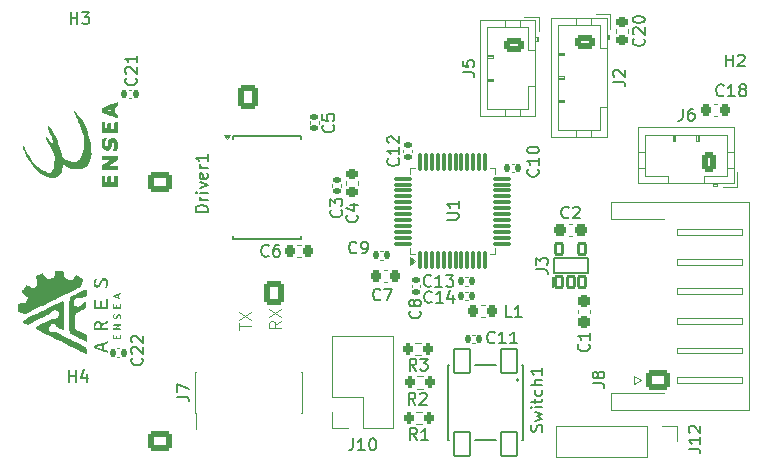
<source format=gto>
%TF.GenerationSoftware,KiCad,Pcbnew,9.0.0*%
%TF.CreationDate,2025-04-03T16:38:41+02:00*%
%TF.ProjectId,PCB_projetV2,5043425f-7072-46f6-9a65-7456322e6b69,03/04/2025*%
%TF.SameCoordinates,Original*%
%TF.FileFunction,Legend,Top*%
%TF.FilePolarity,Positive*%
%FSLAX46Y46*%
G04 Gerber Fmt 4.6, Leading zero omitted, Abs format (unit mm)*
G04 Created by KiCad (PCBNEW 9.0.0) date 2025-04-03 16:38:41*
%MOMM*%
%LPD*%
G01*
G04 APERTURE LIST*
G04 Aperture macros list*
%AMRoundRect*
0 Rectangle with rounded corners*
0 $1 Rounding radius*
0 $2 $3 $4 $5 $6 $7 $8 $9 X,Y pos of 4 corners*
0 Add a 4 corners polygon primitive as box body*
4,1,4,$2,$3,$4,$5,$6,$7,$8,$9,$2,$3,0*
0 Add four circle primitives for the rounded corners*
1,1,$1+$1,$2,$3*
1,1,$1+$1,$4,$5*
1,1,$1+$1,$6,$7*
1,1,$1+$1,$8,$9*
0 Add four rect primitives between the rounded corners*
20,1,$1+$1,$2,$3,$4,$5,0*
20,1,$1+$1,$4,$5,$6,$7,0*
20,1,$1+$1,$6,$7,$8,$9,0*
20,1,$1+$1,$8,$9,$2,$3,0*%
G04 Aperture macros list end*
%ADD10C,0.100000*%
%ADD11C,0.150000*%
%ADD12C,0.120000*%
%ADD13C,0.200000*%
%ADD14C,0.000000*%
%ADD15RoundRect,0.140000X-0.140000X-0.170000X0.140000X-0.170000X0.140000X0.170000X-0.140000X0.170000X0*%
%ADD16RoundRect,0.140000X0.140000X0.170000X-0.140000X0.170000X-0.140000X-0.170000X0.140000X-0.170000X0*%
%ADD17RoundRect,0.200000X-0.200000X-0.275000X0.200000X-0.275000X0.200000X0.275000X-0.200000X0.275000X0*%
%ADD18R,1.700000X1.700000*%
%ADD19O,1.700000X1.700000*%
%ADD20R,0.740000X2.400000*%
%ADD21RoundRect,0.102000X-0.700000X1.000000X-0.700000X-1.000000X0.700000X-1.000000X0.700000X1.000000X0*%
%ADD22RoundRect,0.225000X-0.250000X0.225000X-0.250000X-0.225000X0.250000X-0.225000X0.250000X0.225000X0*%
%ADD23RoundRect,0.140000X-0.170000X0.140000X-0.170000X-0.140000X0.170000X-0.140000X0.170000X0.140000X0*%
%ADD24RoundRect,0.218750X-0.218750X-0.256250X0.218750X-0.256250X0.218750X0.256250X-0.218750X0.256250X0*%
%ADD25RoundRect,0.225000X0.225000X0.250000X-0.225000X0.250000X-0.225000X-0.250000X0.225000X-0.250000X0*%
%ADD26C,5.400000*%
%ADD27RoundRect,0.075000X0.075000X-0.662500X0.075000X0.662500X-0.075000X0.662500X-0.075000X-0.662500X0*%
%ADD28RoundRect,0.075000X0.662500X-0.075000X0.662500X0.075000X-0.662500X0.075000X-0.662500X-0.075000X0*%
%ADD29RoundRect,0.250000X0.725000X-0.600000X0.725000X0.600000X-0.725000X0.600000X-0.725000X-0.600000X0*%
%ADD30O,1.950000X1.700000*%
%ADD31RoundRect,0.237500X-0.237500X0.300000X-0.237500X-0.300000X0.237500X-0.300000X0.237500X0.300000X0*%
%ADD32RoundRect,0.250000X-0.625000X0.350000X-0.625000X-0.350000X0.625000X-0.350000X0.625000X0.350000X0*%
%ADD33O,1.750000X1.200000*%
%ADD34RoundRect,0.237500X-0.300000X-0.237500X0.300000X-0.237500X0.300000X0.237500X-0.300000X0.237500X0*%
%ADD35RoundRect,0.225000X-0.225000X-0.250000X0.225000X-0.250000X0.225000X0.250000X-0.225000X0.250000X0*%
%ADD36RoundRect,0.250000X0.350000X0.625000X-0.350000X0.625000X-0.350000X-0.625000X0.350000X-0.625000X0*%
%ADD37O,1.200000X1.750000*%
%ADD38RoundRect,0.140000X0.170000X-0.140000X0.170000X0.140000X-0.170000X0.140000X-0.170000X-0.140000X0*%
%ADD39R,1.750000X0.450000*%
%ADD40RoundRect,0.102000X0.300000X-0.450000X0.300000X0.450000X-0.300000X0.450000X-0.300000X-0.450000X0*%
%ADD41RoundRect,0.250000X0.600000X0.750000X-0.600000X0.750000X-0.600000X-0.750000X0.600000X-0.750000X0*%
%ADD42O,1.700000X2.000000*%
%ADD43RoundRect,0.250000X-0.600000X-0.750000X0.600000X-0.750000X0.600000X0.750000X-0.600000X0.750000X0*%
%ADD44R,1.700000X2.500000*%
%ADD45O,1.700000X2.500000*%
G04 APERTURE END LIST*
D10*
X139642419Y-102338972D02*
X139642419Y-101767544D01*
X140642419Y-102053258D02*
X139642419Y-102053258D01*
X139642419Y-101529448D02*
X140642419Y-100862782D01*
X139642419Y-100862782D02*
X140642419Y-101529448D01*
X143152419Y-101624687D02*
X142676228Y-101958020D01*
X143152419Y-102196115D02*
X142152419Y-102196115D01*
X142152419Y-102196115D02*
X142152419Y-101815163D01*
X142152419Y-101815163D02*
X142200038Y-101719925D01*
X142200038Y-101719925D02*
X142247657Y-101672306D01*
X142247657Y-101672306D02*
X142342895Y-101624687D01*
X142342895Y-101624687D02*
X142485752Y-101624687D01*
X142485752Y-101624687D02*
X142580990Y-101672306D01*
X142580990Y-101672306D02*
X142628609Y-101719925D01*
X142628609Y-101719925D02*
X142676228Y-101815163D01*
X142676228Y-101815163D02*
X142676228Y-102196115D01*
X142152419Y-101291353D02*
X143152419Y-100624687D01*
X142152419Y-100624687D02*
X143152419Y-101291353D01*
D11*
X164909580Y-88752857D02*
X164957200Y-88800476D01*
X164957200Y-88800476D02*
X165004819Y-88943333D01*
X165004819Y-88943333D02*
X165004819Y-89038571D01*
X165004819Y-89038571D02*
X164957200Y-89181428D01*
X164957200Y-89181428D02*
X164861961Y-89276666D01*
X164861961Y-89276666D02*
X164766723Y-89324285D01*
X164766723Y-89324285D02*
X164576247Y-89371904D01*
X164576247Y-89371904D02*
X164433390Y-89371904D01*
X164433390Y-89371904D02*
X164242914Y-89324285D01*
X164242914Y-89324285D02*
X164147676Y-89276666D01*
X164147676Y-89276666D02*
X164052438Y-89181428D01*
X164052438Y-89181428D02*
X164004819Y-89038571D01*
X164004819Y-89038571D02*
X164004819Y-88943333D01*
X164004819Y-88943333D02*
X164052438Y-88800476D01*
X164052438Y-88800476D02*
X164100057Y-88752857D01*
X165004819Y-87800476D02*
X165004819Y-88371904D01*
X165004819Y-88086190D02*
X164004819Y-88086190D01*
X164004819Y-88086190D02*
X164147676Y-88181428D01*
X164147676Y-88181428D02*
X164242914Y-88276666D01*
X164242914Y-88276666D02*
X164290533Y-88371904D01*
X164004819Y-87181428D02*
X164004819Y-87086190D01*
X164004819Y-87086190D02*
X164052438Y-86990952D01*
X164052438Y-86990952D02*
X164100057Y-86943333D01*
X164100057Y-86943333D02*
X164195295Y-86895714D01*
X164195295Y-86895714D02*
X164385771Y-86848095D01*
X164385771Y-86848095D02*
X164623866Y-86848095D01*
X164623866Y-86848095D02*
X164814342Y-86895714D01*
X164814342Y-86895714D02*
X164909580Y-86943333D01*
X164909580Y-86943333D02*
X164957200Y-86990952D01*
X164957200Y-86990952D02*
X165004819Y-87086190D01*
X165004819Y-87086190D02*
X165004819Y-87181428D01*
X165004819Y-87181428D02*
X164957200Y-87276666D01*
X164957200Y-87276666D02*
X164909580Y-87324285D01*
X164909580Y-87324285D02*
X164814342Y-87371904D01*
X164814342Y-87371904D02*
X164623866Y-87419523D01*
X164623866Y-87419523D02*
X164385771Y-87419523D01*
X164385771Y-87419523D02*
X164195295Y-87371904D01*
X164195295Y-87371904D02*
X164100057Y-87324285D01*
X164100057Y-87324285D02*
X164052438Y-87276666D01*
X164052438Y-87276666D02*
X164004819Y-87181428D01*
X130869580Y-81042857D02*
X130917200Y-81090476D01*
X130917200Y-81090476D02*
X130964819Y-81233333D01*
X130964819Y-81233333D02*
X130964819Y-81328571D01*
X130964819Y-81328571D02*
X130917200Y-81471428D01*
X130917200Y-81471428D02*
X130821961Y-81566666D01*
X130821961Y-81566666D02*
X130726723Y-81614285D01*
X130726723Y-81614285D02*
X130536247Y-81661904D01*
X130536247Y-81661904D02*
X130393390Y-81661904D01*
X130393390Y-81661904D02*
X130202914Y-81614285D01*
X130202914Y-81614285D02*
X130107676Y-81566666D01*
X130107676Y-81566666D02*
X130012438Y-81471428D01*
X130012438Y-81471428D02*
X129964819Y-81328571D01*
X129964819Y-81328571D02*
X129964819Y-81233333D01*
X129964819Y-81233333D02*
X130012438Y-81090476D01*
X130012438Y-81090476D02*
X130060057Y-81042857D01*
X130060057Y-80661904D02*
X130012438Y-80614285D01*
X130012438Y-80614285D02*
X129964819Y-80519047D01*
X129964819Y-80519047D02*
X129964819Y-80280952D01*
X129964819Y-80280952D02*
X130012438Y-80185714D01*
X130012438Y-80185714D02*
X130060057Y-80138095D01*
X130060057Y-80138095D02*
X130155295Y-80090476D01*
X130155295Y-80090476D02*
X130250533Y-80090476D01*
X130250533Y-80090476D02*
X130393390Y-80138095D01*
X130393390Y-80138095D02*
X130964819Y-80709523D01*
X130964819Y-80709523D02*
X130964819Y-80090476D01*
X130964819Y-79138095D02*
X130964819Y-79709523D01*
X130964819Y-79423809D02*
X129964819Y-79423809D01*
X129964819Y-79423809D02*
X130107676Y-79519047D01*
X130107676Y-79519047D02*
X130202914Y-79614285D01*
X130202914Y-79614285D02*
X130250533Y-79709523D01*
X154683333Y-111679819D02*
X154350000Y-111203628D01*
X154111905Y-111679819D02*
X154111905Y-110679819D01*
X154111905Y-110679819D02*
X154492857Y-110679819D01*
X154492857Y-110679819D02*
X154588095Y-110727438D01*
X154588095Y-110727438D02*
X154635714Y-110775057D01*
X154635714Y-110775057D02*
X154683333Y-110870295D01*
X154683333Y-110870295D02*
X154683333Y-111013152D01*
X154683333Y-111013152D02*
X154635714Y-111108390D01*
X154635714Y-111108390D02*
X154588095Y-111156009D01*
X154588095Y-111156009D02*
X154492857Y-111203628D01*
X154492857Y-111203628D02*
X154111905Y-111203628D01*
X155635714Y-111679819D02*
X155064286Y-111679819D01*
X155350000Y-111679819D02*
X155350000Y-110679819D01*
X155350000Y-110679819D02*
X155254762Y-110822676D01*
X155254762Y-110822676D02*
X155159524Y-110917914D01*
X155159524Y-110917914D02*
X155064286Y-110965533D01*
X149270476Y-111549819D02*
X149270476Y-112264104D01*
X149270476Y-112264104D02*
X149222857Y-112406961D01*
X149222857Y-112406961D02*
X149127619Y-112502200D01*
X149127619Y-112502200D02*
X148984762Y-112549819D01*
X148984762Y-112549819D02*
X148889524Y-112549819D01*
X150270476Y-112549819D02*
X149699048Y-112549819D01*
X149984762Y-112549819D02*
X149984762Y-111549819D01*
X149984762Y-111549819D02*
X149889524Y-111692676D01*
X149889524Y-111692676D02*
X149794286Y-111787914D01*
X149794286Y-111787914D02*
X149699048Y-111835533D01*
X150889524Y-111549819D02*
X150984762Y-111549819D01*
X150984762Y-111549819D02*
X151080000Y-111597438D01*
X151080000Y-111597438D02*
X151127619Y-111645057D01*
X151127619Y-111645057D02*
X151175238Y-111740295D01*
X151175238Y-111740295D02*
X151222857Y-111930771D01*
X151222857Y-111930771D02*
X151222857Y-112168866D01*
X151222857Y-112168866D02*
X151175238Y-112359342D01*
X151175238Y-112359342D02*
X151127619Y-112454580D01*
X151127619Y-112454580D02*
X151080000Y-112502200D01*
X151080000Y-112502200D02*
X150984762Y-112549819D01*
X150984762Y-112549819D02*
X150889524Y-112549819D01*
X150889524Y-112549819D02*
X150794286Y-112502200D01*
X150794286Y-112502200D02*
X150746667Y-112454580D01*
X150746667Y-112454580D02*
X150699048Y-112359342D01*
X150699048Y-112359342D02*
X150651429Y-112168866D01*
X150651429Y-112168866D02*
X150651429Y-111930771D01*
X150651429Y-111930771D02*
X150699048Y-111740295D01*
X150699048Y-111740295D02*
X150746667Y-111645057D01*
X150746667Y-111645057D02*
X150794286Y-111597438D01*
X150794286Y-111597438D02*
X150889524Y-111549819D01*
X134379819Y-108003333D02*
X135094104Y-108003333D01*
X135094104Y-108003333D02*
X135236961Y-108050952D01*
X135236961Y-108050952D02*
X135332200Y-108146190D01*
X135332200Y-108146190D02*
X135379819Y-108289047D01*
X135379819Y-108289047D02*
X135379819Y-108384285D01*
X134379819Y-107622380D02*
X134379819Y-106955714D01*
X134379819Y-106955714D02*
X135379819Y-107384285D01*
X165257200Y-110965475D02*
X165304819Y-110822618D01*
X165304819Y-110822618D02*
X165304819Y-110584523D01*
X165304819Y-110584523D02*
X165257200Y-110489285D01*
X165257200Y-110489285D02*
X165209580Y-110441666D01*
X165209580Y-110441666D02*
X165114342Y-110394047D01*
X165114342Y-110394047D02*
X165019104Y-110394047D01*
X165019104Y-110394047D02*
X164923866Y-110441666D01*
X164923866Y-110441666D02*
X164876247Y-110489285D01*
X164876247Y-110489285D02*
X164828628Y-110584523D01*
X164828628Y-110584523D02*
X164781009Y-110774999D01*
X164781009Y-110774999D02*
X164733390Y-110870237D01*
X164733390Y-110870237D02*
X164685771Y-110917856D01*
X164685771Y-110917856D02*
X164590533Y-110965475D01*
X164590533Y-110965475D02*
X164495295Y-110965475D01*
X164495295Y-110965475D02*
X164400057Y-110917856D01*
X164400057Y-110917856D02*
X164352438Y-110870237D01*
X164352438Y-110870237D02*
X164304819Y-110774999D01*
X164304819Y-110774999D02*
X164304819Y-110536904D01*
X164304819Y-110536904D02*
X164352438Y-110394047D01*
X164638152Y-110060713D02*
X165304819Y-109870237D01*
X165304819Y-109870237D02*
X164828628Y-109679761D01*
X164828628Y-109679761D02*
X165304819Y-109489285D01*
X165304819Y-109489285D02*
X164638152Y-109298809D01*
X165304819Y-108917856D02*
X164638152Y-108917856D01*
X164304819Y-108917856D02*
X164352438Y-108965475D01*
X164352438Y-108965475D02*
X164400057Y-108917856D01*
X164400057Y-108917856D02*
X164352438Y-108870237D01*
X164352438Y-108870237D02*
X164304819Y-108917856D01*
X164304819Y-108917856D02*
X164400057Y-108917856D01*
X164638152Y-108584523D02*
X164638152Y-108203571D01*
X164304819Y-108441666D02*
X165161961Y-108441666D01*
X165161961Y-108441666D02*
X165257200Y-108394047D01*
X165257200Y-108394047D02*
X165304819Y-108298809D01*
X165304819Y-108298809D02*
X165304819Y-108203571D01*
X165257200Y-107441666D02*
X165304819Y-107536904D01*
X165304819Y-107536904D02*
X165304819Y-107727380D01*
X165304819Y-107727380D02*
X165257200Y-107822618D01*
X165257200Y-107822618D02*
X165209580Y-107870237D01*
X165209580Y-107870237D02*
X165114342Y-107917856D01*
X165114342Y-107917856D02*
X164828628Y-107917856D01*
X164828628Y-107917856D02*
X164733390Y-107870237D01*
X164733390Y-107870237D02*
X164685771Y-107822618D01*
X164685771Y-107822618D02*
X164638152Y-107727380D01*
X164638152Y-107727380D02*
X164638152Y-107536904D01*
X164638152Y-107536904D02*
X164685771Y-107441666D01*
X165304819Y-107013094D02*
X164304819Y-107013094D01*
X165304819Y-106584523D02*
X164781009Y-106584523D01*
X164781009Y-106584523D02*
X164685771Y-106632142D01*
X164685771Y-106632142D02*
X164638152Y-106727380D01*
X164638152Y-106727380D02*
X164638152Y-106870237D01*
X164638152Y-106870237D02*
X164685771Y-106965475D01*
X164685771Y-106965475D02*
X164733390Y-107013094D01*
X165304819Y-105584523D02*
X165304819Y-106155951D01*
X165304819Y-105870237D02*
X164304819Y-105870237D01*
X164304819Y-105870237D02*
X164447676Y-105965475D01*
X164447676Y-105965475D02*
X164542914Y-106060713D01*
X164542914Y-106060713D02*
X164590533Y-106155951D01*
X149594580Y-92631666D02*
X149642200Y-92679285D01*
X149642200Y-92679285D02*
X149689819Y-92822142D01*
X149689819Y-92822142D02*
X149689819Y-92917380D01*
X149689819Y-92917380D02*
X149642200Y-93060237D01*
X149642200Y-93060237D02*
X149546961Y-93155475D01*
X149546961Y-93155475D02*
X149451723Y-93203094D01*
X149451723Y-93203094D02*
X149261247Y-93250713D01*
X149261247Y-93250713D02*
X149118390Y-93250713D01*
X149118390Y-93250713D02*
X148927914Y-93203094D01*
X148927914Y-93203094D02*
X148832676Y-93155475D01*
X148832676Y-93155475D02*
X148737438Y-93060237D01*
X148737438Y-93060237D02*
X148689819Y-92917380D01*
X148689819Y-92917380D02*
X148689819Y-92822142D01*
X148689819Y-92822142D02*
X148737438Y-92679285D01*
X148737438Y-92679285D02*
X148785057Y-92631666D01*
X149023152Y-91774523D02*
X149689819Y-91774523D01*
X148642200Y-92012618D02*
X149356485Y-92250713D01*
X149356485Y-92250713D02*
X149356485Y-91631666D01*
X148249580Y-92196666D02*
X148297200Y-92244285D01*
X148297200Y-92244285D02*
X148344819Y-92387142D01*
X148344819Y-92387142D02*
X148344819Y-92482380D01*
X148344819Y-92482380D02*
X148297200Y-92625237D01*
X148297200Y-92625237D02*
X148201961Y-92720475D01*
X148201961Y-92720475D02*
X148106723Y-92768094D01*
X148106723Y-92768094D02*
X147916247Y-92815713D01*
X147916247Y-92815713D02*
X147773390Y-92815713D01*
X147773390Y-92815713D02*
X147582914Y-92768094D01*
X147582914Y-92768094D02*
X147487676Y-92720475D01*
X147487676Y-92720475D02*
X147392438Y-92625237D01*
X147392438Y-92625237D02*
X147344819Y-92482380D01*
X147344819Y-92482380D02*
X147344819Y-92387142D01*
X147344819Y-92387142D02*
X147392438Y-92244285D01*
X147392438Y-92244285D02*
X147440057Y-92196666D01*
X147344819Y-91863332D02*
X147344819Y-91244285D01*
X147344819Y-91244285D02*
X147725771Y-91577618D01*
X147725771Y-91577618D02*
X147725771Y-91434761D01*
X147725771Y-91434761D02*
X147773390Y-91339523D01*
X147773390Y-91339523D02*
X147821009Y-91291904D01*
X147821009Y-91291904D02*
X147916247Y-91244285D01*
X147916247Y-91244285D02*
X148154342Y-91244285D01*
X148154342Y-91244285D02*
X148249580Y-91291904D01*
X148249580Y-91291904D02*
X148297200Y-91339523D01*
X148297200Y-91339523D02*
X148344819Y-91434761D01*
X148344819Y-91434761D02*
X148344819Y-91720475D01*
X148344819Y-91720475D02*
X148297200Y-91815713D01*
X148297200Y-91815713D02*
X148249580Y-91863332D01*
X154558333Y-108679819D02*
X154225000Y-108203628D01*
X153986905Y-108679819D02*
X153986905Y-107679819D01*
X153986905Y-107679819D02*
X154367857Y-107679819D01*
X154367857Y-107679819D02*
X154463095Y-107727438D01*
X154463095Y-107727438D02*
X154510714Y-107775057D01*
X154510714Y-107775057D02*
X154558333Y-107870295D01*
X154558333Y-107870295D02*
X154558333Y-108013152D01*
X154558333Y-108013152D02*
X154510714Y-108108390D01*
X154510714Y-108108390D02*
X154463095Y-108156009D01*
X154463095Y-108156009D02*
X154367857Y-108203628D01*
X154367857Y-108203628D02*
X153986905Y-108203628D01*
X154939286Y-107775057D02*
X154986905Y-107727438D01*
X154986905Y-107727438D02*
X155082143Y-107679819D01*
X155082143Y-107679819D02*
X155320238Y-107679819D01*
X155320238Y-107679819D02*
X155415476Y-107727438D01*
X155415476Y-107727438D02*
X155463095Y-107775057D01*
X155463095Y-107775057D02*
X155510714Y-107870295D01*
X155510714Y-107870295D02*
X155510714Y-107965533D01*
X155510714Y-107965533D02*
X155463095Y-108108390D01*
X155463095Y-108108390D02*
X154891667Y-108679819D01*
X154891667Y-108679819D02*
X155510714Y-108679819D01*
X162708333Y-101279819D02*
X162232143Y-101279819D01*
X162232143Y-101279819D02*
X162232143Y-100279819D01*
X163565476Y-101279819D02*
X162994048Y-101279819D01*
X163279762Y-101279819D02*
X163279762Y-100279819D01*
X163279762Y-100279819D02*
X163184524Y-100422676D01*
X163184524Y-100422676D02*
X163089286Y-100517914D01*
X163089286Y-100517914D02*
X162994048Y-100565533D01*
X161257142Y-103409580D02*
X161209523Y-103457200D01*
X161209523Y-103457200D02*
X161066666Y-103504819D01*
X161066666Y-103504819D02*
X160971428Y-103504819D01*
X160971428Y-103504819D02*
X160828571Y-103457200D01*
X160828571Y-103457200D02*
X160733333Y-103361961D01*
X160733333Y-103361961D02*
X160685714Y-103266723D01*
X160685714Y-103266723D02*
X160638095Y-103076247D01*
X160638095Y-103076247D02*
X160638095Y-102933390D01*
X160638095Y-102933390D02*
X160685714Y-102742914D01*
X160685714Y-102742914D02*
X160733333Y-102647676D01*
X160733333Y-102647676D02*
X160828571Y-102552438D01*
X160828571Y-102552438D02*
X160971428Y-102504819D01*
X160971428Y-102504819D02*
X161066666Y-102504819D01*
X161066666Y-102504819D02*
X161209523Y-102552438D01*
X161209523Y-102552438D02*
X161257142Y-102600057D01*
X162209523Y-103504819D02*
X161638095Y-103504819D01*
X161923809Y-103504819D02*
X161923809Y-102504819D01*
X161923809Y-102504819D02*
X161828571Y-102647676D01*
X161828571Y-102647676D02*
X161733333Y-102742914D01*
X161733333Y-102742914D02*
X161638095Y-102790533D01*
X163161904Y-103504819D02*
X162590476Y-103504819D01*
X162876190Y-103504819D02*
X162876190Y-102504819D01*
X162876190Y-102504819D02*
X162780952Y-102647676D01*
X162780952Y-102647676D02*
X162685714Y-102742914D01*
X162685714Y-102742914D02*
X162590476Y-102790533D01*
X151593333Y-99769580D02*
X151545714Y-99817200D01*
X151545714Y-99817200D02*
X151402857Y-99864819D01*
X151402857Y-99864819D02*
X151307619Y-99864819D01*
X151307619Y-99864819D02*
X151164762Y-99817200D01*
X151164762Y-99817200D02*
X151069524Y-99721961D01*
X151069524Y-99721961D02*
X151021905Y-99626723D01*
X151021905Y-99626723D02*
X150974286Y-99436247D01*
X150974286Y-99436247D02*
X150974286Y-99293390D01*
X150974286Y-99293390D02*
X151021905Y-99102914D01*
X151021905Y-99102914D02*
X151069524Y-99007676D01*
X151069524Y-99007676D02*
X151164762Y-98912438D01*
X151164762Y-98912438D02*
X151307619Y-98864819D01*
X151307619Y-98864819D02*
X151402857Y-98864819D01*
X151402857Y-98864819D02*
X151545714Y-98912438D01*
X151545714Y-98912438D02*
X151593333Y-98960057D01*
X151926667Y-98864819D02*
X152593333Y-98864819D01*
X152593333Y-98864819D02*
X152164762Y-99864819D01*
X142123333Y-96069580D02*
X142075714Y-96117200D01*
X142075714Y-96117200D02*
X141932857Y-96164819D01*
X141932857Y-96164819D02*
X141837619Y-96164819D01*
X141837619Y-96164819D02*
X141694762Y-96117200D01*
X141694762Y-96117200D02*
X141599524Y-96021961D01*
X141599524Y-96021961D02*
X141551905Y-95926723D01*
X141551905Y-95926723D02*
X141504286Y-95736247D01*
X141504286Y-95736247D02*
X141504286Y-95593390D01*
X141504286Y-95593390D02*
X141551905Y-95402914D01*
X141551905Y-95402914D02*
X141599524Y-95307676D01*
X141599524Y-95307676D02*
X141694762Y-95212438D01*
X141694762Y-95212438D02*
X141837619Y-95164819D01*
X141837619Y-95164819D02*
X141932857Y-95164819D01*
X141932857Y-95164819D02*
X142075714Y-95212438D01*
X142075714Y-95212438D02*
X142123333Y-95260057D01*
X142980476Y-95164819D02*
X142790000Y-95164819D01*
X142790000Y-95164819D02*
X142694762Y-95212438D01*
X142694762Y-95212438D02*
X142647143Y-95260057D01*
X142647143Y-95260057D02*
X142551905Y-95402914D01*
X142551905Y-95402914D02*
X142504286Y-95593390D01*
X142504286Y-95593390D02*
X142504286Y-95974342D01*
X142504286Y-95974342D02*
X142551905Y-96069580D01*
X142551905Y-96069580D02*
X142599524Y-96117200D01*
X142599524Y-96117200D02*
X142694762Y-96164819D01*
X142694762Y-96164819D02*
X142885238Y-96164819D01*
X142885238Y-96164819D02*
X142980476Y-96117200D01*
X142980476Y-96117200D02*
X143028095Y-96069580D01*
X143028095Y-96069580D02*
X143075714Y-95974342D01*
X143075714Y-95974342D02*
X143075714Y-95736247D01*
X143075714Y-95736247D02*
X143028095Y-95641009D01*
X143028095Y-95641009D02*
X142980476Y-95593390D01*
X142980476Y-95593390D02*
X142885238Y-95545771D01*
X142885238Y-95545771D02*
X142694762Y-95545771D01*
X142694762Y-95545771D02*
X142599524Y-95593390D01*
X142599524Y-95593390D02*
X142551905Y-95641009D01*
X142551905Y-95641009D02*
X142504286Y-95736247D01*
X149563333Y-95789580D02*
X149515714Y-95837200D01*
X149515714Y-95837200D02*
X149372857Y-95884819D01*
X149372857Y-95884819D02*
X149277619Y-95884819D01*
X149277619Y-95884819D02*
X149134762Y-95837200D01*
X149134762Y-95837200D02*
X149039524Y-95741961D01*
X149039524Y-95741961D02*
X148991905Y-95646723D01*
X148991905Y-95646723D02*
X148944286Y-95456247D01*
X148944286Y-95456247D02*
X148944286Y-95313390D01*
X148944286Y-95313390D02*
X148991905Y-95122914D01*
X148991905Y-95122914D02*
X149039524Y-95027676D01*
X149039524Y-95027676D02*
X149134762Y-94932438D01*
X149134762Y-94932438D02*
X149277619Y-94884819D01*
X149277619Y-94884819D02*
X149372857Y-94884819D01*
X149372857Y-94884819D02*
X149515714Y-94932438D01*
X149515714Y-94932438D02*
X149563333Y-94980057D01*
X150039524Y-95884819D02*
X150230000Y-95884819D01*
X150230000Y-95884819D02*
X150325238Y-95837200D01*
X150325238Y-95837200D02*
X150372857Y-95789580D01*
X150372857Y-95789580D02*
X150468095Y-95646723D01*
X150468095Y-95646723D02*
X150515714Y-95456247D01*
X150515714Y-95456247D02*
X150515714Y-95075295D01*
X150515714Y-95075295D02*
X150468095Y-94980057D01*
X150468095Y-94980057D02*
X150420476Y-94932438D01*
X150420476Y-94932438D02*
X150325238Y-94884819D01*
X150325238Y-94884819D02*
X150134762Y-94884819D01*
X150134762Y-94884819D02*
X150039524Y-94932438D01*
X150039524Y-94932438D02*
X149991905Y-94980057D01*
X149991905Y-94980057D02*
X149944286Y-95075295D01*
X149944286Y-95075295D02*
X149944286Y-95313390D01*
X149944286Y-95313390D02*
X149991905Y-95408628D01*
X149991905Y-95408628D02*
X150039524Y-95456247D01*
X150039524Y-95456247D02*
X150134762Y-95503866D01*
X150134762Y-95503866D02*
X150325238Y-95503866D01*
X150325238Y-95503866D02*
X150420476Y-95456247D01*
X150420476Y-95456247D02*
X150468095Y-95408628D01*
X150468095Y-95408628D02*
X150515714Y-95313390D01*
X125363095Y-76454819D02*
X125363095Y-75454819D01*
X125363095Y-75931009D02*
X125934523Y-75931009D01*
X125934523Y-76454819D02*
X125934523Y-75454819D01*
X126315476Y-75454819D02*
X126934523Y-75454819D01*
X126934523Y-75454819D02*
X126601190Y-75835771D01*
X126601190Y-75835771D02*
X126744047Y-75835771D01*
X126744047Y-75835771D02*
X126839285Y-75883390D01*
X126839285Y-75883390D02*
X126886904Y-75931009D01*
X126886904Y-75931009D02*
X126934523Y-76026247D01*
X126934523Y-76026247D02*
X126934523Y-76264342D01*
X126934523Y-76264342D02*
X126886904Y-76359580D01*
X126886904Y-76359580D02*
X126839285Y-76407200D01*
X126839285Y-76407200D02*
X126744047Y-76454819D01*
X126744047Y-76454819D02*
X126458333Y-76454819D01*
X126458333Y-76454819D02*
X126363095Y-76407200D01*
X126363095Y-76407200D02*
X126315476Y-76359580D01*
X155927142Y-99974580D02*
X155879523Y-100022200D01*
X155879523Y-100022200D02*
X155736666Y-100069819D01*
X155736666Y-100069819D02*
X155641428Y-100069819D01*
X155641428Y-100069819D02*
X155498571Y-100022200D01*
X155498571Y-100022200D02*
X155403333Y-99926961D01*
X155403333Y-99926961D02*
X155355714Y-99831723D01*
X155355714Y-99831723D02*
X155308095Y-99641247D01*
X155308095Y-99641247D02*
X155308095Y-99498390D01*
X155308095Y-99498390D02*
X155355714Y-99307914D01*
X155355714Y-99307914D02*
X155403333Y-99212676D01*
X155403333Y-99212676D02*
X155498571Y-99117438D01*
X155498571Y-99117438D02*
X155641428Y-99069819D01*
X155641428Y-99069819D02*
X155736666Y-99069819D01*
X155736666Y-99069819D02*
X155879523Y-99117438D01*
X155879523Y-99117438D02*
X155927142Y-99165057D01*
X156879523Y-100069819D02*
X156308095Y-100069819D01*
X156593809Y-100069819D02*
X156593809Y-99069819D01*
X156593809Y-99069819D02*
X156498571Y-99212676D01*
X156498571Y-99212676D02*
X156403333Y-99307914D01*
X156403333Y-99307914D02*
X156308095Y-99355533D01*
X157736666Y-99403152D02*
X157736666Y-100069819D01*
X157498571Y-99022200D02*
X157260476Y-99736485D01*
X157260476Y-99736485D02*
X157879523Y-99736485D01*
X157204819Y-93011904D02*
X158014342Y-93011904D01*
X158014342Y-93011904D02*
X158109580Y-92964285D01*
X158109580Y-92964285D02*
X158157200Y-92916666D01*
X158157200Y-92916666D02*
X158204819Y-92821428D01*
X158204819Y-92821428D02*
X158204819Y-92630952D01*
X158204819Y-92630952D02*
X158157200Y-92535714D01*
X158157200Y-92535714D02*
X158109580Y-92488095D01*
X158109580Y-92488095D02*
X158014342Y-92440476D01*
X158014342Y-92440476D02*
X157204819Y-92440476D01*
X158204819Y-91440476D02*
X158204819Y-92011904D01*
X158204819Y-91726190D02*
X157204819Y-91726190D01*
X157204819Y-91726190D02*
X157347676Y-91821428D01*
X157347676Y-91821428D02*
X157442914Y-91916666D01*
X157442914Y-91916666D02*
X157490533Y-92011904D01*
X169554819Y-106883333D02*
X170269104Y-106883333D01*
X170269104Y-106883333D02*
X170411961Y-106930952D01*
X170411961Y-106930952D02*
X170507200Y-107026190D01*
X170507200Y-107026190D02*
X170554819Y-107169047D01*
X170554819Y-107169047D02*
X170554819Y-107264285D01*
X169983390Y-106264285D02*
X169935771Y-106359523D01*
X169935771Y-106359523D02*
X169888152Y-106407142D01*
X169888152Y-106407142D02*
X169792914Y-106454761D01*
X169792914Y-106454761D02*
X169745295Y-106454761D01*
X169745295Y-106454761D02*
X169650057Y-106407142D01*
X169650057Y-106407142D02*
X169602438Y-106359523D01*
X169602438Y-106359523D02*
X169554819Y-106264285D01*
X169554819Y-106264285D02*
X169554819Y-106073809D01*
X169554819Y-106073809D02*
X169602438Y-105978571D01*
X169602438Y-105978571D02*
X169650057Y-105930952D01*
X169650057Y-105930952D02*
X169745295Y-105883333D01*
X169745295Y-105883333D02*
X169792914Y-105883333D01*
X169792914Y-105883333D02*
X169888152Y-105930952D01*
X169888152Y-105930952D02*
X169935771Y-105978571D01*
X169935771Y-105978571D02*
X169983390Y-106073809D01*
X169983390Y-106073809D02*
X169983390Y-106264285D01*
X169983390Y-106264285D02*
X170031009Y-106359523D01*
X170031009Y-106359523D02*
X170078628Y-106407142D01*
X170078628Y-106407142D02*
X170173866Y-106454761D01*
X170173866Y-106454761D02*
X170364342Y-106454761D01*
X170364342Y-106454761D02*
X170459580Y-106407142D01*
X170459580Y-106407142D02*
X170507200Y-106359523D01*
X170507200Y-106359523D02*
X170554819Y-106264285D01*
X170554819Y-106264285D02*
X170554819Y-106073809D01*
X170554819Y-106073809D02*
X170507200Y-105978571D01*
X170507200Y-105978571D02*
X170459580Y-105930952D01*
X170459580Y-105930952D02*
X170364342Y-105883333D01*
X170364342Y-105883333D02*
X170173866Y-105883333D01*
X170173866Y-105883333D02*
X170078628Y-105930952D01*
X170078628Y-105930952D02*
X170031009Y-105978571D01*
X170031009Y-105978571D02*
X169983390Y-106073809D01*
X169209580Y-103566666D02*
X169257200Y-103614285D01*
X169257200Y-103614285D02*
X169304819Y-103757142D01*
X169304819Y-103757142D02*
X169304819Y-103852380D01*
X169304819Y-103852380D02*
X169257200Y-103995237D01*
X169257200Y-103995237D02*
X169161961Y-104090475D01*
X169161961Y-104090475D02*
X169066723Y-104138094D01*
X169066723Y-104138094D02*
X168876247Y-104185713D01*
X168876247Y-104185713D02*
X168733390Y-104185713D01*
X168733390Y-104185713D02*
X168542914Y-104138094D01*
X168542914Y-104138094D02*
X168447676Y-104090475D01*
X168447676Y-104090475D02*
X168352438Y-103995237D01*
X168352438Y-103995237D02*
X168304819Y-103852380D01*
X168304819Y-103852380D02*
X168304819Y-103757142D01*
X168304819Y-103757142D02*
X168352438Y-103614285D01*
X168352438Y-103614285D02*
X168400057Y-103566666D01*
X169304819Y-102614285D02*
X169304819Y-103185713D01*
X169304819Y-102899999D02*
X168304819Y-102899999D01*
X168304819Y-102899999D02*
X168447676Y-102995237D01*
X168447676Y-102995237D02*
X168542914Y-103090475D01*
X168542914Y-103090475D02*
X168590533Y-103185713D01*
X158554819Y-80533333D02*
X159269104Y-80533333D01*
X159269104Y-80533333D02*
X159411961Y-80580952D01*
X159411961Y-80580952D02*
X159507200Y-80676190D01*
X159507200Y-80676190D02*
X159554819Y-80819047D01*
X159554819Y-80819047D02*
X159554819Y-80914285D01*
X158554819Y-79580952D02*
X158554819Y-80057142D01*
X158554819Y-80057142D02*
X159031009Y-80104761D01*
X159031009Y-80104761D02*
X158983390Y-80057142D01*
X158983390Y-80057142D02*
X158935771Y-79961904D01*
X158935771Y-79961904D02*
X158935771Y-79723809D01*
X158935771Y-79723809D02*
X158983390Y-79628571D01*
X158983390Y-79628571D02*
X159031009Y-79580952D01*
X159031009Y-79580952D02*
X159126247Y-79533333D01*
X159126247Y-79533333D02*
X159364342Y-79533333D01*
X159364342Y-79533333D02*
X159459580Y-79580952D01*
X159459580Y-79580952D02*
X159507200Y-79628571D01*
X159507200Y-79628571D02*
X159554819Y-79723809D01*
X159554819Y-79723809D02*
X159554819Y-79961904D01*
X159554819Y-79961904D02*
X159507200Y-80057142D01*
X159507200Y-80057142D02*
X159459580Y-80104761D01*
X155872142Y-98609580D02*
X155824523Y-98657200D01*
X155824523Y-98657200D02*
X155681666Y-98704819D01*
X155681666Y-98704819D02*
X155586428Y-98704819D01*
X155586428Y-98704819D02*
X155443571Y-98657200D01*
X155443571Y-98657200D02*
X155348333Y-98561961D01*
X155348333Y-98561961D02*
X155300714Y-98466723D01*
X155300714Y-98466723D02*
X155253095Y-98276247D01*
X155253095Y-98276247D02*
X155253095Y-98133390D01*
X155253095Y-98133390D02*
X155300714Y-97942914D01*
X155300714Y-97942914D02*
X155348333Y-97847676D01*
X155348333Y-97847676D02*
X155443571Y-97752438D01*
X155443571Y-97752438D02*
X155586428Y-97704819D01*
X155586428Y-97704819D02*
X155681666Y-97704819D01*
X155681666Y-97704819D02*
X155824523Y-97752438D01*
X155824523Y-97752438D02*
X155872142Y-97800057D01*
X156824523Y-98704819D02*
X156253095Y-98704819D01*
X156538809Y-98704819D02*
X156538809Y-97704819D01*
X156538809Y-97704819D02*
X156443571Y-97847676D01*
X156443571Y-97847676D02*
X156348333Y-97942914D01*
X156348333Y-97942914D02*
X156253095Y-97990533D01*
X157157857Y-97704819D02*
X157776904Y-97704819D01*
X157776904Y-97704819D02*
X157443571Y-98085771D01*
X157443571Y-98085771D02*
X157586428Y-98085771D01*
X157586428Y-98085771D02*
X157681666Y-98133390D01*
X157681666Y-98133390D02*
X157729285Y-98181009D01*
X157729285Y-98181009D02*
X157776904Y-98276247D01*
X157776904Y-98276247D02*
X157776904Y-98514342D01*
X157776904Y-98514342D02*
X157729285Y-98609580D01*
X157729285Y-98609580D02*
X157681666Y-98657200D01*
X157681666Y-98657200D02*
X157586428Y-98704819D01*
X157586428Y-98704819D02*
X157300714Y-98704819D01*
X157300714Y-98704819D02*
X157205476Y-98657200D01*
X157205476Y-98657200D02*
X157157857Y-98609580D01*
X177679819Y-112434523D02*
X178394104Y-112434523D01*
X178394104Y-112434523D02*
X178536961Y-112482142D01*
X178536961Y-112482142D02*
X178632200Y-112577380D01*
X178632200Y-112577380D02*
X178679819Y-112720237D01*
X178679819Y-112720237D02*
X178679819Y-112815475D01*
X178679819Y-111434523D02*
X178679819Y-112005951D01*
X178679819Y-111720237D02*
X177679819Y-111720237D01*
X177679819Y-111720237D02*
X177822676Y-111815475D01*
X177822676Y-111815475D02*
X177917914Y-111910713D01*
X177917914Y-111910713D02*
X177965533Y-112005951D01*
X177775057Y-111053570D02*
X177727438Y-111005951D01*
X177727438Y-111005951D02*
X177679819Y-110910713D01*
X177679819Y-110910713D02*
X177679819Y-110672618D01*
X177679819Y-110672618D02*
X177727438Y-110577380D01*
X177727438Y-110577380D02*
X177775057Y-110529761D01*
X177775057Y-110529761D02*
X177870295Y-110482142D01*
X177870295Y-110482142D02*
X177965533Y-110482142D01*
X177965533Y-110482142D02*
X178108390Y-110529761D01*
X178108390Y-110529761D02*
X178679819Y-111101189D01*
X178679819Y-111101189D02*
X178679819Y-110482142D01*
X167533333Y-92829580D02*
X167485714Y-92877200D01*
X167485714Y-92877200D02*
X167342857Y-92924819D01*
X167342857Y-92924819D02*
X167247619Y-92924819D01*
X167247619Y-92924819D02*
X167104762Y-92877200D01*
X167104762Y-92877200D02*
X167009524Y-92781961D01*
X167009524Y-92781961D02*
X166961905Y-92686723D01*
X166961905Y-92686723D02*
X166914286Y-92496247D01*
X166914286Y-92496247D02*
X166914286Y-92353390D01*
X166914286Y-92353390D02*
X166961905Y-92162914D01*
X166961905Y-92162914D02*
X167009524Y-92067676D01*
X167009524Y-92067676D02*
X167104762Y-91972438D01*
X167104762Y-91972438D02*
X167247619Y-91924819D01*
X167247619Y-91924819D02*
X167342857Y-91924819D01*
X167342857Y-91924819D02*
X167485714Y-91972438D01*
X167485714Y-91972438D02*
X167533333Y-92020057D01*
X167914286Y-92020057D02*
X167961905Y-91972438D01*
X167961905Y-91972438D02*
X168057143Y-91924819D01*
X168057143Y-91924819D02*
X168295238Y-91924819D01*
X168295238Y-91924819D02*
X168390476Y-91972438D01*
X168390476Y-91972438D02*
X168438095Y-92020057D01*
X168438095Y-92020057D02*
X168485714Y-92115295D01*
X168485714Y-92115295D02*
X168485714Y-92210533D01*
X168485714Y-92210533D02*
X168438095Y-92353390D01*
X168438095Y-92353390D02*
X167866667Y-92924819D01*
X167866667Y-92924819D02*
X168485714Y-92924819D01*
X180647142Y-82479580D02*
X180599523Y-82527200D01*
X180599523Y-82527200D02*
X180456666Y-82574819D01*
X180456666Y-82574819D02*
X180361428Y-82574819D01*
X180361428Y-82574819D02*
X180218571Y-82527200D01*
X180218571Y-82527200D02*
X180123333Y-82431961D01*
X180123333Y-82431961D02*
X180075714Y-82336723D01*
X180075714Y-82336723D02*
X180028095Y-82146247D01*
X180028095Y-82146247D02*
X180028095Y-82003390D01*
X180028095Y-82003390D02*
X180075714Y-81812914D01*
X180075714Y-81812914D02*
X180123333Y-81717676D01*
X180123333Y-81717676D02*
X180218571Y-81622438D01*
X180218571Y-81622438D02*
X180361428Y-81574819D01*
X180361428Y-81574819D02*
X180456666Y-81574819D01*
X180456666Y-81574819D02*
X180599523Y-81622438D01*
X180599523Y-81622438D02*
X180647142Y-81670057D01*
X181599523Y-82574819D02*
X181028095Y-82574819D01*
X181313809Y-82574819D02*
X181313809Y-81574819D01*
X181313809Y-81574819D02*
X181218571Y-81717676D01*
X181218571Y-81717676D02*
X181123333Y-81812914D01*
X181123333Y-81812914D02*
X181028095Y-81860533D01*
X182170952Y-82003390D02*
X182075714Y-81955771D01*
X182075714Y-81955771D02*
X182028095Y-81908152D01*
X182028095Y-81908152D02*
X181980476Y-81812914D01*
X181980476Y-81812914D02*
X181980476Y-81765295D01*
X181980476Y-81765295D02*
X182028095Y-81670057D01*
X182028095Y-81670057D02*
X182075714Y-81622438D01*
X182075714Y-81622438D02*
X182170952Y-81574819D01*
X182170952Y-81574819D02*
X182361428Y-81574819D01*
X182361428Y-81574819D02*
X182456666Y-81622438D01*
X182456666Y-81622438D02*
X182504285Y-81670057D01*
X182504285Y-81670057D02*
X182551904Y-81765295D01*
X182551904Y-81765295D02*
X182551904Y-81812914D01*
X182551904Y-81812914D02*
X182504285Y-81908152D01*
X182504285Y-81908152D02*
X182456666Y-81955771D01*
X182456666Y-81955771D02*
X182361428Y-82003390D01*
X182361428Y-82003390D02*
X182170952Y-82003390D01*
X182170952Y-82003390D02*
X182075714Y-82051009D01*
X182075714Y-82051009D02*
X182028095Y-82098628D01*
X182028095Y-82098628D02*
X181980476Y-82193866D01*
X181980476Y-82193866D02*
X181980476Y-82384342D01*
X181980476Y-82384342D02*
X182028095Y-82479580D01*
X182028095Y-82479580D02*
X182075714Y-82527200D01*
X182075714Y-82527200D02*
X182170952Y-82574819D01*
X182170952Y-82574819D02*
X182361428Y-82574819D01*
X182361428Y-82574819D02*
X182456666Y-82527200D01*
X182456666Y-82527200D02*
X182504285Y-82479580D01*
X182504285Y-82479580D02*
X182551904Y-82384342D01*
X182551904Y-82384342D02*
X182551904Y-82193866D01*
X182551904Y-82193866D02*
X182504285Y-82098628D01*
X182504285Y-82098628D02*
X182456666Y-82051009D01*
X182456666Y-82051009D02*
X182361428Y-82003390D01*
X177191666Y-83629819D02*
X177191666Y-84344104D01*
X177191666Y-84344104D02*
X177144047Y-84486961D01*
X177144047Y-84486961D02*
X177048809Y-84582200D01*
X177048809Y-84582200D02*
X176905952Y-84629819D01*
X176905952Y-84629819D02*
X176810714Y-84629819D01*
X178096428Y-83629819D02*
X177905952Y-83629819D01*
X177905952Y-83629819D02*
X177810714Y-83677438D01*
X177810714Y-83677438D02*
X177763095Y-83725057D01*
X177763095Y-83725057D02*
X177667857Y-83867914D01*
X177667857Y-83867914D02*
X177620238Y-84058390D01*
X177620238Y-84058390D02*
X177620238Y-84439342D01*
X177620238Y-84439342D02*
X177667857Y-84534580D01*
X177667857Y-84534580D02*
X177715476Y-84582200D01*
X177715476Y-84582200D02*
X177810714Y-84629819D01*
X177810714Y-84629819D02*
X178001190Y-84629819D01*
X178001190Y-84629819D02*
X178096428Y-84582200D01*
X178096428Y-84582200D02*
X178144047Y-84534580D01*
X178144047Y-84534580D02*
X178191666Y-84439342D01*
X178191666Y-84439342D02*
X178191666Y-84201247D01*
X178191666Y-84201247D02*
X178144047Y-84106009D01*
X178144047Y-84106009D02*
X178096428Y-84058390D01*
X178096428Y-84058390D02*
X178001190Y-84010771D01*
X178001190Y-84010771D02*
X177810714Y-84010771D01*
X177810714Y-84010771D02*
X177715476Y-84058390D01*
X177715476Y-84058390D02*
X177667857Y-84106009D01*
X177667857Y-84106009D02*
X177620238Y-84201247D01*
X147584580Y-85016666D02*
X147632200Y-85064285D01*
X147632200Y-85064285D02*
X147679819Y-85207142D01*
X147679819Y-85207142D02*
X147679819Y-85302380D01*
X147679819Y-85302380D02*
X147632200Y-85445237D01*
X147632200Y-85445237D02*
X147536961Y-85540475D01*
X147536961Y-85540475D02*
X147441723Y-85588094D01*
X147441723Y-85588094D02*
X147251247Y-85635713D01*
X147251247Y-85635713D02*
X147108390Y-85635713D01*
X147108390Y-85635713D02*
X146917914Y-85588094D01*
X146917914Y-85588094D02*
X146822676Y-85540475D01*
X146822676Y-85540475D02*
X146727438Y-85445237D01*
X146727438Y-85445237D02*
X146679819Y-85302380D01*
X146679819Y-85302380D02*
X146679819Y-85207142D01*
X146679819Y-85207142D02*
X146727438Y-85064285D01*
X146727438Y-85064285D02*
X146775057Y-85016666D01*
X146679819Y-84111904D02*
X146679819Y-84588094D01*
X146679819Y-84588094D02*
X147156009Y-84635713D01*
X147156009Y-84635713D02*
X147108390Y-84588094D01*
X147108390Y-84588094D02*
X147060771Y-84492856D01*
X147060771Y-84492856D02*
X147060771Y-84254761D01*
X147060771Y-84254761D02*
X147108390Y-84159523D01*
X147108390Y-84159523D02*
X147156009Y-84111904D01*
X147156009Y-84111904D02*
X147251247Y-84064285D01*
X147251247Y-84064285D02*
X147489342Y-84064285D01*
X147489342Y-84064285D02*
X147584580Y-84111904D01*
X147584580Y-84111904D02*
X147632200Y-84159523D01*
X147632200Y-84159523D02*
X147679819Y-84254761D01*
X147679819Y-84254761D02*
X147679819Y-84492856D01*
X147679819Y-84492856D02*
X147632200Y-84588094D01*
X147632200Y-84588094D02*
X147584580Y-84635713D01*
X125238095Y-106754819D02*
X125238095Y-105754819D01*
X125238095Y-106231009D02*
X125809523Y-106231009D01*
X125809523Y-106754819D02*
X125809523Y-105754819D01*
X126714285Y-106088152D02*
X126714285Y-106754819D01*
X126476190Y-105707200D02*
X126238095Y-106421485D01*
X126238095Y-106421485D02*
X126857142Y-106421485D01*
X131379580Y-104742857D02*
X131427200Y-104790476D01*
X131427200Y-104790476D02*
X131474819Y-104933333D01*
X131474819Y-104933333D02*
X131474819Y-105028571D01*
X131474819Y-105028571D02*
X131427200Y-105171428D01*
X131427200Y-105171428D02*
X131331961Y-105266666D01*
X131331961Y-105266666D02*
X131236723Y-105314285D01*
X131236723Y-105314285D02*
X131046247Y-105361904D01*
X131046247Y-105361904D02*
X130903390Y-105361904D01*
X130903390Y-105361904D02*
X130712914Y-105314285D01*
X130712914Y-105314285D02*
X130617676Y-105266666D01*
X130617676Y-105266666D02*
X130522438Y-105171428D01*
X130522438Y-105171428D02*
X130474819Y-105028571D01*
X130474819Y-105028571D02*
X130474819Y-104933333D01*
X130474819Y-104933333D02*
X130522438Y-104790476D01*
X130522438Y-104790476D02*
X130570057Y-104742857D01*
X130570057Y-104361904D02*
X130522438Y-104314285D01*
X130522438Y-104314285D02*
X130474819Y-104219047D01*
X130474819Y-104219047D02*
X130474819Y-103980952D01*
X130474819Y-103980952D02*
X130522438Y-103885714D01*
X130522438Y-103885714D02*
X130570057Y-103838095D01*
X130570057Y-103838095D02*
X130665295Y-103790476D01*
X130665295Y-103790476D02*
X130760533Y-103790476D01*
X130760533Y-103790476D02*
X130903390Y-103838095D01*
X130903390Y-103838095D02*
X131474819Y-104409523D01*
X131474819Y-104409523D02*
X131474819Y-103790476D01*
X130570057Y-103409523D02*
X130522438Y-103361904D01*
X130522438Y-103361904D02*
X130474819Y-103266666D01*
X130474819Y-103266666D02*
X130474819Y-103028571D01*
X130474819Y-103028571D02*
X130522438Y-102933333D01*
X130522438Y-102933333D02*
X130570057Y-102885714D01*
X130570057Y-102885714D02*
X130665295Y-102838095D01*
X130665295Y-102838095D02*
X130760533Y-102838095D01*
X130760533Y-102838095D02*
X130903390Y-102885714D01*
X130903390Y-102885714D02*
X131474819Y-103457142D01*
X131474819Y-103457142D02*
X131474819Y-102838095D01*
X153089580Y-87842857D02*
X153137200Y-87890476D01*
X153137200Y-87890476D02*
X153184819Y-88033333D01*
X153184819Y-88033333D02*
X153184819Y-88128571D01*
X153184819Y-88128571D02*
X153137200Y-88271428D01*
X153137200Y-88271428D02*
X153041961Y-88366666D01*
X153041961Y-88366666D02*
X152946723Y-88414285D01*
X152946723Y-88414285D02*
X152756247Y-88461904D01*
X152756247Y-88461904D02*
X152613390Y-88461904D01*
X152613390Y-88461904D02*
X152422914Y-88414285D01*
X152422914Y-88414285D02*
X152327676Y-88366666D01*
X152327676Y-88366666D02*
X152232438Y-88271428D01*
X152232438Y-88271428D02*
X152184819Y-88128571D01*
X152184819Y-88128571D02*
X152184819Y-88033333D01*
X152184819Y-88033333D02*
X152232438Y-87890476D01*
X152232438Y-87890476D02*
X152280057Y-87842857D01*
X153184819Y-86890476D02*
X153184819Y-87461904D01*
X153184819Y-87176190D02*
X152184819Y-87176190D01*
X152184819Y-87176190D02*
X152327676Y-87271428D01*
X152327676Y-87271428D02*
X152422914Y-87366666D01*
X152422914Y-87366666D02*
X152470533Y-87461904D01*
X152280057Y-86509523D02*
X152232438Y-86461904D01*
X152232438Y-86461904D02*
X152184819Y-86366666D01*
X152184819Y-86366666D02*
X152184819Y-86128571D01*
X152184819Y-86128571D02*
X152232438Y-86033333D01*
X152232438Y-86033333D02*
X152280057Y-85985714D01*
X152280057Y-85985714D02*
X152375295Y-85938095D01*
X152375295Y-85938095D02*
X152470533Y-85938095D01*
X152470533Y-85938095D02*
X152613390Y-85985714D01*
X152613390Y-85985714D02*
X153184819Y-86557142D01*
X153184819Y-86557142D02*
X153184819Y-85938095D01*
X136954819Y-92354761D02*
X135954819Y-92354761D01*
X135954819Y-92354761D02*
X135954819Y-92116666D01*
X135954819Y-92116666D02*
X136002438Y-91973809D01*
X136002438Y-91973809D02*
X136097676Y-91878571D01*
X136097676Y-91878571D02*
X136192914Y-91830952D01*
X136192914Y-91830952D02*
X136383390Y-91783333D01*
X136383390Y-91783333D02*
X136526247Y-91783333D01*
X136526247Y-91783333D02*
X136716723Y-91830952D01*
X136716723Y-91830952D02*
X136811961Y-91878571D01*
X136811961Y-91878571D02*
X136907200Y-91973809D01*
X136907200Y-91973809D02*
X136954819Y-92116666D01*
X136954819Y-92116666D02*
X136954819Y-92354761D01*
X136954819Y-91354761D02*
X136288152Y-91354761D01*
X136478628Y-91354761D02*
X136383390Y-91307142D01*
X136383390Y-91307142D02*
X136335771Y-91259523D01*
X136335771Y-91259523D02*
X136288152Y-91164285D01*
X136288152Y-91164285D02*
X136288152Y-91069047D01*
X136954819Y-90735713D02*
X136288152Y-90735713D01*
X135954819Y-90735713D02*
X136002438Y-90783332D01*
X136002438Y-90783332D02*
X136050057Y-90735713D01*
X136050057Y-90735713D02*
X136002438Y-90688094D01*
X136002438Y-90688094D02*
X135954819Y-90735713D01*
X135954819Y-90735713D02*
X136050057Y-90735713D01*
X136288152Y-90354761D02*
X136954819Y-90116666D01*
X136954819Y-90116666D02*
X136288152Y-89878571D01*
X136907200Y-89116666D02*
X136954819Y-89211904D01*
X136954819Y-89211904D02*
X136954819Y-89402380D01*
X136954819Y-89402380D02*
X136907200Y-89497618D01*
X136907200Y-89497618D02*
X136811961Y-89545237D01*
X136811961Y-89545237D02*
X136431009Y-89545237D01*
X136431009Y-89545237D02*
X136335771Y-89497618D01*
X136335771Y-89497618D02*
X136288152Y-89402380D01*
X136288152Y-89402380D02*
X136288152Y-89211904D01*
X136288152Y-89211904D02*
X136335771Y-89116666D01*
X136335771Y-89116666D02*
X136431009Y-89069047D01*
X136431009Y-89069047D02*
X136526247Y-89069047D01*
X136526247Y-89069047D02*
X136621485Y-89545237D01*
X136954819Y-88640475D02*
X136288152Y-88640475D01*
X136478628Y-88640475D02*
X136383390Y-88592856D01*
X136383390Y-88592856D02*
X136335771Y-88545237D01*
X136335771Y-88545237D02*
X136288152Y-88449999D01*
X136288152Y-88449999D02*
X136288152Y-88354761D01*
X136954819Y-87497618D02*
X136954819Y-88069046D01*
X136954819Y-87783332D02*
X135954819Y-87783332D01*
X135954819Y-87783332D02*
X136097676Y-87878570D01*
X136097676Y-87878570D02*
X136192914Y-87973808D01*
X136192914Y-87973808D02*
X136240533Y-88069046D01*
X173869580Y-77702857D02*
X173917200Y-77750476D01*
X173917200Y-77750476D02*
X173964819Y-77893333D01*
X173964819Y-77893333D02*
X173964819Y-77988571D01*
X173964819Y-77988571D02*
X173917200Y-78131428D01*
X173917200Y-78131428D02*
X173821961Y-78226666D01*
X173821961Y-78226666D02*
X173726723Y-78274285D01*
X173726723Y-78274285D02*
X173536247Y-78321904D01*
X173536247Y-78321904D02*
X173393390Y-78321904D01*
X173393390Y-78321904D02*
X173202914Y-78274285D01*
X173202914Y-78274285D02*
X173107676Y-78226666D01*
X173107676Y-78226666D02*
X173012438Y-78131428D01*
X173012438Y-78131428D02*
X172964819Y-77988571D01*
X172964819Y-77988571D02*
X172964819Y-77893333D01*
X172964819Y-77893333D02*
X173012438Y-77750476D01*
X173012438Y-77750476D02*
X173060057Y-77702857D01*
X173060057Y-77321904D02*
X173012438Y-77274285D01*
X173012438Y-77274285D02*
X172964819Y-77179047D01*
X172964819Y-77179047D02*
X172964819Y-76940952D01*
X172964819Y-76940952D02*
X173012438Y-76845714D01*
X173012438Y-76845714D02*
X173060057Y-76798095D01*
X173060057Y-76798095D02*
X173155295Y-76750476D01*
X173155295Y-76750476D02*
X173250533Y-76750476D01*
X173250533Y-76750476D02*
X173393390Y-76798095D01*
X173393390Y-76798095D02*
X173964819Y-77369523D01*
X173964819Y-77369523D02*
X173964819Y-76750476D01*
X172964819Y-76131428D02*
X172964819Y-76036190D01*
X172964819Y-76036190D02*
X173012438Y-75940952D01*
X173012438Y-75940952D02*
X173060057Y-75893333D01*
X173060057Y-75893333D02*
X173155295Y-75845714D01*
X173155295Y-75845714D02*
X173345771Y-75798095D01*
X173345771Y-75798095D02*
X173583866Y-75798095D01*
X173583866Y-75798095D02*
X173774342Y-75845714D01*
X173774342Y-75845714D02*
X173869580Y-75893333D01*
X173869580Y-75893333D02*
X173917200Y-75940952D01*
X173917200Y-75940952D02*
X173964819Y-76036190D01*
X173964819Y-76036190D02*
X173964819Y-76131428D01*
X173964819Y-76131428D02*
X173917200Y-76226666D01*
X173917200Y-76226666D02*
X173869580Y-76274285D01*
X173869580Y-76274285D02*
X173774342Y-76321904D01*
X173774342Y-76321904D02*
X173583866Y-76369523D01*
X173583866Y-76369523D02*
X173345771Y-76369523D01*
X173345771Y-76369523D02*
X173155295Y-76321904D01*
X173155295Y-76321904D02*
X173060057Y-76274285D01*
X173060057Y-76274285D02*
X173012438Y-76226666D01*
X173012438Y-76226666D02*
X172964819Y-76131428D01*
X154919580Y-100756666D02*
X154967200Y-100804285D01*
X154967200Y-100804285D02*
X155014819Y-100947142D01*
X155014819Y-100947142D02*
X155014819Y-101042380D01*
X155014819Y-101042380D02*
X154967200Y-101185237D01*
X154967200Y-101185237D02*
X154871961Y-101280475D01*
X154871961Y-101280475D02*
X154776723Y-101328094D01*
X154776723Y-101328094D02*
X154586247Y-101375713D01*
X154586247Y-101375713D02*
X154443390Y-101375713D01*
X154443390Y-101375713D02*
X154252914Y-101328094D01*
X154252914Y-101328094D02*
X154157676Y-101280475D01*
X154157676Y-101280475D02*
X154062438Y-101185237D01*
X154062438Y-101185237D02*
X154014819Y-101042380D01*
X154014819Y-101042380D02*
X154014819Y-100947142D01*
X154014819Y-100947142D02*
X154062438Y-100804285D01*
X154062438Y-100804285D02*
X154110057Y-100756666D01*
X154443390Y-100185237D02*
X154395771Y-100280475D01*
X154395771Y-100280475D02*
X154348152Y-100328094D01*
X154348152Y-100328094D02*
X154252914Y-100375713D01*
X154252914Y-100375713D02*
X154205295Y-100375713D01*
X154205295Y-100375713D02*
X154110057Y-100328094D01*
X154110057Y-100328094D02*
X154062438Y-100280475D01*
X154062438Y-100280475D02*
X154014819Y-100185237D01*
X154014819Y-100185237D02*
X154014819Y-99994761D01*
X154014819Y-99994761D02*
X154062438Y-99899523D01*
X154062438Y-99899523D02*
X154110057Y-99851904D01*
X154110057Y-99851904D02*
X154205295Y-99804285D01*
X154205295Y-99804285D02*
X154252914Y-99804285D01*
X154252914Y-99804285D02*
X154348152Y-99851904D01*
X154348152Y-99851904D02*
X154395771Y-99899523D01*
X154395771Y-99899523D02*
X154443390Y-99994761D01*
X154443390Y-99994761D02*
X154443390Y-100185237D01*
X154443390Y-100185237D02*
X154491009Y-100280475D01*
X154491009Y-100280475D02*
X154538628Y-100328094D01*
X154538628Y-100328094D02*
X154633866Y-100375713D01*
X154633866Y-100375713D02*
X154824342Y-100375713D01*
X154824342Y-100375713D02*
X154919580Y-100328094D01*
X154919580Y-100328094D02*
X154967200Y-100280475D01*
X154967200Y-100280475D02*
X155014819Y-100185237D01*
X155014819Y-100185237D02*
X155014819Y-99994761D01*
X155014819Y-99994761D02*
X154967200Y-99899523D01*
X154967200Y-99899523D02*
X154919580Y-99851904D01*
X154919580Y-99851904D02*
X154824342Y-99804285D01*
X154824342Y-99804285D02*
X154633866Y-99804285D01*
X154633866Y-99804285D02*
X154538628Y-99851904D01*
X154538628Y-99851904D02*
X154491009Y-99899523D01*
X154491009Y-99899523D02*
X154443390Y-99994761D01*
X154633333Y-105804819D02*
X154300000Y-105328628D01*
X154061905Y-105804819D02*
X154061905Y-104804819D01*
X154061905Y-104804819D02*
X154442857Y-104804819D01*
X154442857Y-104804819D02*
X154538095Y-104852438D01*
X154538095Y-104852438D02*
X154585714Y-104900057D01*
X154585714Y-104900057D02*
X154633333Y-104995295D01*
X154633333Y-104995295D02*
X154633333Y-105138152D01*
X154633333Y-105138152D02*
X154585714Y-105233390D01*
X154585714Y-105233390D02*
X154538095Y-105281009D01*
X154538095Y-105281009D02*
X154442857Y-105328628D01*
X154442857Y-105328628D02*
X154061905Y-105328628D01*
X154966667Y-104804819D02*
X155585714Y-104804819D01*
X155585714Y-104804819D02*
X155252381Y-105185771D01*
X155252381Y-105185771D02*
X155395238Y-105185771D01*
X155395238Y-105185771D02*
X155490476Y-105233390D01*
X155490476Y-105233390D02*
X155538095Y-105281009D01*
X155538095Y-105281009D02*
X155585714Y-105376247D01*
X155585714Y-105376247D02*
X155585714Y-105614342D01*
X155585714Y-105614342D02*
X155538095Y-105709580D01*
X155538095Y-105709580D02*
X155490476Y-105757200D01*
X155490476Y-105757200D02*
X155395238Y-105804819D01*
X155395238Y-105804819D02*
X155109524Y-105804819D01*
X155109524Y-105804819D02*
X155014286Y-105757200D01*
X155014286Y-105757200D02*
X154966667Y-105709580D01*
X180858095Y-80054819D02*
X180858095Y-79054819D01*
X180858095Y-79531009D02*
X181429523Y-79531009D01*
X181429523Y-80054819D02*
X181429523Y-79054819D01*
X181858095Y-79150057D02*
X181905714Y-79102438D01*
X181905714Y-79102438D02*
X182000952Y-79054819D01*
X182000952Y-79054819D02*
X182239047Y-79054819D01*
X182239047Y-79054819D02*
X182334285Y-79102438D01*
X182334285Y-79102438D02*
X182381904Y-79150057D01*
X182381904Y-79150057D02*
X182429523Y-79245295D01*
X182429523Y-79245295D02*
X182429523Y-79340533D01*
X182429523Y-79340533D02*
X182381904Y-79483390D01*
X182381904Y-79483390D02*
X181810476Y-80054819D01*
X181810476Y-80054819D02*
X182429523Y-80054819D01*
X171304819Y-81333333D02*
X172019104Y-81333333D01*
X172019104Y-81333333D02*
X172161961Y-81380952D01*
X172161961Y-81380952D02*
X172257200Y-81476190D01*
X172257200Y-81476190D02*
X172304819Y-81619047D01*
X172304819Y-81619047D02*
X172304819Y-81714285D01*
X171400057Y-80904761D02*
X171352438Y-80857142D01*
X171352438Y-80857142D02*
X171304819Y-80761904D01*
X171304819Y-80761904D02*
X171304819Y-80523809D01*
X171304819Y-80523809D02*
X171352438Y-80428571D01*
X171352438Y-80428571D02*
X171400057Y-80380952D01*
X171400057Y-80380952D02*
X171495295Y-80333333D01*
X171495295Y-80333333D02*
X171590533Y-80333333D01*
X171590533Y-80333333D02*
X171733390Y-80380952D01*
X171733390Y-80380952D02*
X172304819Y-80952380D01*
X172304819Y-80952380D02*
X172304819Y-80333333D01*
X164754819Y-97233333D02*
X165469104Y-97233333D01*
X165469104Y-97233333D02*
X165611961Y-97280952D01*
X165611961Y-97280952D02*
X165707200Y-97376190D01*
X165707200Y-97376190D02*
X165754819Y-97519047D01*
X165754819Y-97519047D02*
X165754819Y-97614285D01*
X164754819Y-96852380D02*
X164754819Y-96233333D01*
X164754819Y-96233333D02*
X165135771Y-96566666D01*
X165135771Y-96566666D02*
X165135771Y-96423809D01*
X165135771Y-96423809D02*
X165183390Y-96328571D01*
X165183390Y-96328571D02*
X165231009Y-96280952D01*
X165231009Y-96280952D02*
X165326247Y-96233333D01*
X165326247Y-96233333D02*
X165564342Y-96233333D01*
X165564342Y-96233333D02*
X165659580Y-96280952D01*
X165659580Y-96280952D02*
X165707200Y-96328571D01*
X165707200Y-96328571D02*
X165754819Y-96423809D01*
X165754819Y-96423809D02*
X165754819Y-96709523D01*
X165754819Y-96709523D02*
X165707200Y-96804761D01*
X165707200Y-96804761D02*
X165659580Y-96852380D01*
D12*
X162692164Y-88290000D02*
X162907836Y-88290000D01*
X162692164Y-89010000D02*
X162907836Y-89010000D01*
X130487836Y-82010000D02*
X130272164Y-82010000D01*
X130487836Y-82730000D02*
X130272164Y-82730000D01*
X154612742Y-109302500D02*
X155087258Y-109302500D01*
X154612742Y-110347500D02*
X155087258Y-110347500D01*
X147480000Y-108055000D02*
X147480000Y-102915000D01*
X147480000Y-110655000D02*
X147480000Y-109325000D01*
X148810000Y-110655000D02*
X147480000Y-110655000D01*
X150080000Y-108055000D02*
X147480000Y-108055000D01*
X150080000Y-110655000D02*
X150080000Y-108055000D01*
X152680000Y-102915000D02*
X147480000Y-102915000D01*
X152680000Y-110655000D02*
X150080000Y-110655000D01*
X152680000Y-110655000D02*
X152680000Y-102915000D01*
X135925000Y-105905000D02*
X135990000Y-105905000D01*
X135925000Y-109435000D02*
X135925000Y-105905000D01*
X135925000Y-109435000D02*
X135990000Y-109435000D01*
X135990000Y-110760000D02*
X135990000Y-109435000D01*
X144870000Y-105905000D02*
X144935000Y-105905000D01*
X144870000Y-109435000D02*
X144935000Y-109435000D01*
X144935000Y-109435000D02*
X144935000Y-105905000D01*
D13*
X157300000Y-105300000D02*
X157300000Y-111700000D01*
X157300000Y-111700000D02*
X157400000Y-111700000D01*
X157400000Y-105300000D02*
X157300000Y-105300000D01*
X161400000Y-105300000D02*
X159600000Y-105300000D01*
X161400000Y-111700000D02*
X159600000Y-111700000D01*
X163600000Y-105300000D02*
X163700000Y-105300000D01*
X163700000Y-105300000D02*
X163700000Y-111700000D01*
X163700000Y-111700000D02*
X163600000Y-111700000D01*
X163300000Y-106600000D02*
G75*
G02*
X163100000Y-106600000I-100000J0D01*
G01*
X163100000Y-106600000D02*
G75*
G02*
X163300000Y-106600000I100000J0D01*
G01*
D12*
X148715000Y-89784420D02*
X148715000Y-90065580D01*
X149735000Y-89784420D02*
X149735000Y-90065580D01*
X147530000Y-90002164D02*
X147530000Y-90217836D01*
X148250000Y-90002164D02*
X148250000Y-90217836D01*
X154702742Y-106277500D02*
X155177258Y-106277500D01*
X154702742Y-107322500D02*
X155177258Y-107322500D01*
X160087221Y-100265000D02*
X160412779Y-100265000D01*
X160087221Y-101285000D02*
X160412779Y-101285000D01*
X159342164Y-102790000D02*
X159557836Y-102790000D01*
X159342164Y-103510000D02*
X159557836Y-103510000D01*
X152150580Y-97260000D02*
X151869420Y-97260000D01*
X152150580Y-98280000D02*
X151869420Y-98280000D01*
X144830580Y-95200000D02*
X144549420Y-95200000D01*
X144830580Y-96220000D02*
X144549420Y-96220000D01*
D14*
G36*
X129351705Y-87807338D02*
G01*
X129351705Y-87980180D01*
X128977597Y-88206524D01*
X128827293Y-88300342D01*
X128705815Y-88381651D01*
X128626883Y-88440903D01*
X128603488Y-88466860D01*
X128640010Y-88481467D01*
X128738175Y-88492929D01*
X128880884Y-88499694D01*
X128977597Y-88500853D01*
X129351705Y-88500853D01*
X129351705Y-88678062D01*
X129351705Y-88855272D01*
X128682248Y-88855272D01*
X128012791Y-88855272D01*
X128012791Y-88637855D01*
X128012791Y-88420438D01*
X128337476Y-88214522D01*
X128662162Y-88008605D01*
X128337476Y-87997167D01*
X128012791Y-87985730D01*
X128012791Y-87810113D01*
X128012791Y-87634496D01*
X128682248Y-87634496D01*
X129351705Y-87634496D01*
X129351705Y-87807338D01*
G37*
G36*
X128296569Y-89573954D02*
G01*
X128304789Y-89722264D01*
X128317931Y-89808285D01*
X128341208Y-89848488D01*
X128379830Y-89859342D01*
X128386899Y-89859458D01*
X128429388Y-89850853D01*
X128454823Y-89813717D01*
X128468981Y-89731063D01*
X128477303Y-89593644D01*
X128488947Y-89327830D01*
X128623178Y-89327830D01*
X128757409Y-89327830D01*
X128769053Y-89593644D01*
X128780697Y-89859458D01*
X128918527Y-89859458D01*
X129056356Y-89859458D01*
X129063476Y-89642869D01*
X129067980Y-89508300D01*
X129071792Y-89398655D01*
X129073321Y-89357365D01*
X129096761Y-89308419D01*
X129173435Y-89289541D01*
X129213876Y-89288450D01*
X129351705Y-89288450D01*
X129351705Y-89761008D01*
X129351705Y-90233566D01*
X128682248Y-90233566D01*
X128012791Y-90233566D01*
X128012791Y-89761008D01*
X128012791Y-89288450D01*
X128148895Y-89288450D01*
X128284999Y-89288450D01*
X128296569Y-89573954D01*
G37*
G36*
X128296638Y-85025582D02*
G01*
X128304389Y-85179895D01*
X128316397Y-85271440D01*
X128337391Y-85316209D01*
X128372101Y-85330191D01*
X128386899Y-85330776D01*
X128429388Y-85322171D01*
X128454823Y-85285035D01*
X128468981Y-85202380D01*
X128477303Y-85064962D01*
X128488947Y-84799148D01*
X128623178Y-84799148D01*
X128757409Y-84799148D01*
X128769053Y-85064962D01*
X128780697Y-85330776D01*
X128918527Y-85330776D01*
X128981609Y-85330533D01*
X129023066Y-85320639D01*
X129047843Y-85287339D01*
X129060886Y-85216881D01*
X129067140Y-85095512D01*
X129071551Y-84909480D01*
X129071655Y-84904947D01*
X129076646Y-84791469D01*
X129094331Y-84737363D01*
X129139178Y-84723261D01*
X129204031Y-84727738D01*
X129332015Y-84740078D01*
X129343072Y-85222481D01*
X129354129Y-85704884D01*
X128683460Y-85704884D01*
X128012791Y-85704884D01*
X128012791Y-85212636D01*
X128012791Y-84720388D01*
X128148963Y-84720388D01*
X128285136Y-84720388D01*
X128296638Y-85025582D01*
G37*
G36*
X129351705Y-83257399D02*
G01*
X129346984Y-83374226D01*
X129323179Y-83440108D01*
X129265827Y-83482726D01*
X129223721Y-83502351D01*
X129147455Y-83542981D01*
X129107424Y-83595122D01*
X129089560Y-83684970D01*
X129083930Y-83762648D01*
X129079985Y-83883507D01*
X129094592Y-83952493D01*
X129140375Y-83996270D01*
X129211914Y-84032949D01*
X129299991Y-84082299D01*
X129340406Y-84139174D01*
X129351410Y-84234781D01*
X129351705Y-84272007D01*
X129347137Y-84376161D01*
X129335610Y-84437662D01*
X129329270Y-84444729D01*
X129285655Y-84431945D01*
X129183655Y-84397308D01*
X129038715Y-84346387D01*
X128866280Y-84284753D01*
X128782133Y-84254295D01*
X128681796Y-84217976D01*
X128500708Y-84151628D01*
X128338461Y-84091279D01*
X128210502Y-84042498D01*
X128172704Y-84027604D01*
X128079225Y-83986430D01*
X128031870Y-83942801D01*
X128014954Y-83870386D01*
X128013096Y-83774855D01*
X128485349Y-83774855D01*
X128518588Y-83806921D01*
X128580140Y-83829904D01*
X128681185Y-83858611D01*
X128737659Y-83877767D01*
X128782133Y-83877903D01*
X128799149Y-83821335D01*
X128800387Y-83779485D01*
X128790985Y-83694708D01*
X128768224Y-83657229D01*
X128766884Y-83657132D01*
X128694646Y-83670845D01*
X128603061Y-83703361D01*
X128523062Y-83741745D01*
X128485584Y-83773062D01*
X128485349Y-83774855D01*
X128013096Y-83774855D01*
X128012791Y-83759158D01*
X128012791Y-83554697D01*
X128258915Y-83464763D01*
X128401992Y-83412637D01*
X128590604Y-83344136D01*
X128796204Y-83269620D01*
X128928372Y-83221804D01*
X129351705Y-83068779D01*
X129351705Y-83257399D01*
G37*
G36*
X129092838Y-86137276D02*
G01*
X129221466Y-86232417D01*
X129287435Y-86327507D01*
X129334712Y-86468094D01*
X129362895Y-86644869D01*
X129365953Y-86816350D01*
X129362953Y-86846900D01*
X129344046Y-86952157D01*
X129314092Y-87078751D01*
X129310246Y-87093024D01*
X129276938Y-87189361D01*
X129229523Y-87231015D01*
X129138903Y-87240622D01*
X129120409Y-87240698D01*
X129017908Y-87235181D01*
X128953881Y-87221542D01*
X128948140Y-87217804D01*
X128949269Y-87171640D01*
X128978451Y-87081131D01*
X128999781Y-87030750D01*
X129047102Y-86883934D01*
X129073361Y-86719977D01*
X129075181Y-86676796D01*
X129072342Y-86563215D01*
X129056299Y-86509449D01*
X129017813Y-86496656D01*
X128988299Y-86499587D01*
X128936101Y-86520381D01*
X128895473Y-86576421D01*
X128856721Y-86684533D01*
X128833956Y-86767441D01*
X128760696Y-86974372D01*
X128664026Y-87111048D01*
X128537424Y-87184141D01*
X128409763Y-87201318D01*
X128251863Y-87165790D01*
X128125508Y-87065772D01*
X128036225Y-86911108D01*
X127989539Y-86711648D01*
X127990978Y-86477236D01*
X127993125Y-86458958D01*
X128015185Y-86301252D01*
X128040710Y-86206087D01*
X128081522Y-86157687D01*
X128149441Y-86140278D01*
X128233593Y-86138062D01*
X128337855Y-86140836D01*
X128399469Y-86147836D01*
X128406589Y-86151702D01*
X128390537Y-86192117D01*
X128350745Y-86275190D01*
X128338586Y-86299376D01*
X128292520Y-86429168D01*
X128271740Y-86570934D01*
X128276780Y-86699348D01*
X128308177Y-86789084D01*
X128327829Y-86808221D01*
X128393547Y-86812001D01*
X128452883Y-86759586D01*
X128484464Y-86672101D01*
X128485568Y-86652319D01*
X128507774Y-86508127D01*
X128563462Y-86351993D01*
X128637582Y-86222733D01*
X128664008Y-86192102D01*
X128793429Y-86112627D01*
X128943266Y-86095849D01*
X129092838Y-86137276D01*
G37*
G36*
X125770666Y-83806396D02*
G01*
X125817568Y-83877473D01*
X125840049Y-83919130D01*
X125918627Y-84047985D01*
X126017438Y-84179442D01*
X126042694Y-84208450D01*
X126209505Y-84420110D01*
X126383088Y-84690425D01*
X126553562Y-85001072D01*
X126711047Y-85333727D01*
X126845662Y-85670067D01*
X126873228Y-85748595D01*
X126944393Y-85994282D01*
X127006974Y-86280626D01*
X127058919Y-86589722D01*
X127098176Y-86903665D01*
X127122693Y-87204546D01*
X127130418Y-87474461D01*
X127119299Y-87695504D01*
X127106177Y-87781395D01*
X127008587Y-88095975D01*
X126856879Y-88357627D01*
X126653812Y-88562522D01*
X126457287Y-88682500D01*
X126258289Y-88746367D01*
X126019744Y-88777454D01*
X125771770Y-88775342D01*
X125544482Y-88739614D01*
X125419265Y-88696887D01*
X125304619Y-88650321D01*
X125212864Y-88622482D01*
X125187390Y-88618993D01*
X125128288Y-88593744D01*
X125035238Y-88528095D01*
X124945566Y-88451628D01*
X124763953Y-88284264D01*
X124730198Y-88500853D01*
X124672000Y-88786621D01*
X124592338Y-89008165D01*
X124482891Y-89178915D01*
X124335342Y-89312300D01*
X124167423Y-89409413D01*
X123952570Y-89471442D01*
X123705301Y-89470821D01*
X123436401Y-89410756D01*
X123156655Y-89294450D01*
X122876847Y-89125110D01*
X122673748Y-88965499D01*
X122441153Y-88741506D01*
X122208652Y-88479031D01*
X121985345Y-88191787D01*
X121780329Y-87893485D01*
X121602704Y-87597839D01*
X121461568Y-87318558D01*
X121366020Y-87069356D01*
X121336118Y-86949666D01*
X121328394Y-86844746D01*
X121351686Y-86803905D01*
X121397816Y-86822909D01*
X121458607Y-86897523D01*
X121525879Y-87023512D01*
X121539623Y-87055050D01*
X121698264Y-87379795D01*
X121900969Y-87714956D01*
X122133303Y-88040922D01*
X122380830Y-88338087D01*
X122629114Y-88586841D01*
X122730047Y-88672085D01*
X122949464Y-88831364D01*
X123154381Y-88943710D01*
X123377104Y-89025534D01*
X123482847Y-89054522D01*
X123593783Y-89078642D01*
X123660746Y-89073507D01*
X123715300Y-89032168D01*
X123747313Y-88996303D01*
X123815152Y-88890033D01*
X123871469Y-88756724D01*
X123880408Y-88726659D01*
X123915034Y-88614846D01*
X123948301Y-88534759D01*
X123957530Y-88520106D01*
X123970664Y-88467353D01*
X123982824Y-88352397D01*
X123992712Y-88191796D01*
X123999029Y-88002105D01*
X123999311Y-87987754D01*
X124002456Y-87781997D01*
X124000980Y-87637327D01*
X123992145Y-87536093D01*
X123973213Y-87460646D01*
X123941446Y-87393334D01*
X123895532Y-87318733D01*
X123800940Y-87165714D01*
X123698999Y-86989368D01*
X123581802Y-86775480D01*
X123441440Y-86509838D01*
X123383767Y-86398897D01*
X123296258Y-86221792D01*
X123247997Y-86102088D01*
X123235841Y-86030808D01*
X123246093Y-86005907D01*
X123284041Y-85995489D01*
X123338982Y-86030442D01*
X123416063Y-86116574D01*
X123520427Y-86259698D01*
X123657220Y-86465624D01*
X123668204Y-86482636D01*
X123755270Y-86611554D01*
X123829405Y-86710193D01*
X123878734Y-86763174D01*
X123888698Y-86768140D01*
X123907021Y-86733261D01*
X123907351Y-86641481D01*
X123891660Y-86512090D01*
X123861916Y-86364375D01*
X123838414Y-86275892D01*
X123800250Y-86162175D01*
X123746730Y-86022671D01*
X123686772Y-85878270D01*
X123629294Y-85749866D01*
X123583213Y-85658348D01*
X123561063Y-85626124D01*
X123536009Y-85576426D01*
X123498951Y-85465874D01*
X123454868Y-85310523D01*
X123417561Y-85163411D01*
X123423019Y-85093691D01*
X123472057Y-85073930D01*
X123545609Y-85106352D01*
X123586443Y-85143721D01*
X123669234Y-85251952D01*
X123770229Y-85410519D01*
X123880999Y-85603005D01*
X123993117Y-85812992D01*
X124098153Y-86024066D01*
X124187680Y-86219808D01*
X124253271Y-86383802D01*
X124286496Y-86499632D01*
X124287990Y-86510228D01*
X124309008Y-86591868D01*
X124352432Y-86710889D01*
X124382911Y-86782991D01*
X124431388Y-86899797D01*
X124462453Y-86990313D01*
X124468604Y-87021239D01*
X124493940Y-87089534D01*
X124508586Y-87107408D01*
X124535548Y-87163380D01*
X124569917Y-87274347D01*
X124604871Y-87417845D01*
X124609546Y-87439841D01*
X124651577Y-87617622D01*
X124700129Y-87740105D01*
X124772140Y-87830060D01*
X124884545Y-87910258D01*
X125012276Y-87981278D01*
X125294795Y-88099085D01*
X125558132Y-88141239D01*
X125804854Y-88107783D01*
X126037529Y-87998760D01*
X126037744Y-87998620D01*
X126167787Y-87887821D01*
X126273183Y-87736168D01*
X126356278Y-87536324D01*
X126419413Y-87280952D01*
X126464934Y-86962713D01*
X126495184Y-86574271D01*
X126495688Y-86565016D01*
X126504407Y-86369034D01*
X126503240Y-86222300D01*
X126488554Y-86095549D01*
X126456719Y-85959517D01*
X126404102Y-85784941D01*
X126395496Y-85757729D01*
X126321824Y-85541131D01*
X126233089Y-85303232D01*
X126145028Y-85085687D01*
X126118828Y-85025528D01*
X126052020Y-84869842D01*
X125999868Y-84736940D01*
X125984728Y-84691354D01*
X125969661Y-84645987D01*
X125965039Y-84621098D01*
X125948121Y-84562129D01*
X125905969Y-84459709D01*
X125902547Y-84451394D01*
X125872301Y-84385659D01*
X125965039Y-84385659D01*
X125984728Y-84405349D01*
X126004418Y-84385659D01*
X125984728Y-84365969D01*
X125965039Y-84385659D01*
X125872301Y-84385659D01*
X125836088Y-84306957D01*
X125797435Y-84228140D01*
X125886279Y-84228140D01*
X125905969Y-84247830D01*
X125925659Y-84228140D01*
X125905969Y-84208450D01*
X125886279Y-84228140D01*
X125797435Y-84228140D01*
X125785699Y-84204209D01*
X125711732Y-84049745D01*
X125655892Y-83919191D01*
X125625151Y-83829709D01*
X125622044Y-83801352D01*
X125645959Y-83808496D01*
X125692693Y-83872610D01*
X125744961Y-83966242D01*
X125804285Y-84073970D01*
X125850855Y-84142536D01*
X125871984Y-84157112D01*
X125867412Y-84113712D01*
X125833381Y-84025945D01*
X125807519Y-83972171D01*
X125761776Y-83871296D01*
X125741099Y-83802303D01*
X125742955Y-83787329D01*
X125770666Y-83806396D01*
G37*
D12*
X151807836Y-95690000D02*
X151592164Y-95690000D01*
X151807836Y-96410000D02*
X151592164Y-96410000D01*
X159007836Y-99115000D02*
X158792164Y-99115000D01*
X159007836Y-99835000D02*
X158792164Y-99835000D01*
X154090000Y-88690000D02*
X154540000Y-88690000D01*
X154090000Y-89140000D02*
X154090000Y-88690000D01*
X154090000Y-95460000D02*
X154090000Y-95910000D01*
X154090000Y-95910000D02*
X154540000Y-95910000D01*
X161310000Y-88690000D02*
X160860000Y-88690000D01*
X161310000Y-89140000D02*
X161310000Y-88690000D01*
X161310000Y-95460000D02*
X161310000Y-95910000D01*
X161310000Y-95910000D02*
X160860000Y-95910000D01*
X154540000Y-96500000D02*
X154070000Y-96840000D01*
X154070000Y-96160000D01*
X154540000Y-96500000D01*
G36*
X154540000Y-96500000D02*
G01*
X154070000Y-96840000D01*
X154070000Y-96160000D01*
X154540000Y-96500000D01*
G37*
X171115000Y-91540000D02*
X171115000Y-92960000D01*
X171115000Y-92960000D02*
X175615000Y-92960000D01*
X171115000Y-107740000D02*
X175615000Y-107740000D01*
X171115000Y-109160000D02*
X171115000Y-107740000D01*
X173025000Y-106300000D02*
X173625000Y-106600000D01*
X173025000Y-106900000D02*
X173025000Y-106300000D01*
X173625000Y-106600000D02*
X173025000Y-106900000D01*
X176725000Y-93850000D02*
X176725000Y-94350000D01*
X176725000Y-94350000D02*
X182225000Y-94350000D01*
X176725000Y-96350000D02*
X176725000Y-96850000D01*
X176725000Y-96850000D02*
X182225000Y-96850000D01*
X176725000Y-98850000D02*
X176725000Y-99350000D01*
X176725000Y-99350000D02*
X182225000Y-99350000D01*
X176725000Y-101350000D02*
X176725000Y-101850000D01*
X176725000Y-101850000D02*
X182225000Y-101850000D01*
X176725000Y-103850000D02*
X176725000Y-104350000D01*
X176725000Y-104350000D02*
X182225000Y-104350000D01*
X176725000Y-106350000D02*
X176725000Y-106850000D01*
X176725000Y-106850000D02*
X182225000Y-106850000D01*
X182225000Y-93850000D02*
X176725000Y-93850000D01*
X182225000Y-94350000D02*
X182225000Y-93850000D01*
X182225000Y-96350000D02*
X176725000Y-96350000D01*
X182225000Y-96850000D02*
X182225000Y-96350000D01*
X182225000Y-98850000D02*
X176725000Y-98850000D01*
X182225000Y-99350000D02*
X182225000Y-98850000D01*
X182225000Y-101350000D02*
X176725000Y-101350000D01*
X182225000Y-101850000D02*
X182225000Y-101350000D01*
X182225000Y-103850000D02*
X176725000Y-103850000D01*
X182225000Y-104350000D02*
X182225000Y-103850000D01*
X182225000Y-106350000D02*
X176725000Y-106350000D01*
X182225000Y-106850000D02*
X182225000Y-106350000D01*
X182835000Y-91540000D02*
X171115000Y-91540000D01*
X182835000Y-100350000D02*
X182835000Y-91540000D01*
X182835000Y-100350000D02*
X182835000Y-109160000D01*
X182835000Y-109160000D02*
X171115000Y-109160000D01*
X168340000Y-100653733D02*
X168340000Y-100946267D01*
X169360000Y-100653733D02*
X169360000Y-100946267D01*
X159990000Y-76140000D02*
X159990000Y-84260000D01*
X159990000Y-84260000D02*
X164710000Y-84260000D01*
X160600000Y-76750000D02*
X160600000Y-83650000D01*
X160600000Y-79100000D02*
X161100000Y-79100000D01*
X160600000Y-79200000D02*
X161100000Y-79200000D01*
X160600000Y-81100000D02*
X161100000Y-81100000D01*
X160600000Y-81200000D02*
X161100000Y-81200000D01*
X160600000Y-83650000D02*
X164100000Y-83650000D01*
X161100000Y-79100000D02*
X161100000Y-79300000D01*
X161100000Y-79300000D02*
X160600000Y-79300000D01*
X161100000Y-81100000D02*
X161100000Y-81300000D01*
X161100000Y-81300000D02*
X160600000Y-81300000D01*
X162100000Y-76140000D02*
X162100000Y-76750000D01*
X162100000Y-84260000D02*
X162100000Y-83650000D01*
X163400000Y-76140000D02*
X163400000Y-76750000D01*
X163400000Y-84260000D02*
X163400000Y-83650000D01*
X164100000Y-76750000D02*
X160600000Y-76750000D01*
X164100000Y-78700000D02*
X164100000Y-76750000D01*
X164100000Y-81700000D02*
X164710000Y-81700000D01*
X164100000Y-83650000D02*
X164100000Y-81700000D01*
X164710000Y-76140000D02*
X159990000Y-76140000D01*
X164710000Y-77900000D02*
X164910000Y-77900000D01*
X164710000Y-78700000D02*
X164100000Y-78700000D01*
X164710000Y-84260000D02*
X164710000Y-76140000D01*
X164810000Y-77900000D02*
X164810000Y-77600000D01*
X164910000Y-77600000D02*
X164710000Y-77600000D01*
X164910000Y-77900000D02*
X164910000Y-77600000D01*
X165010000Y-75840000D02*
X163760000Y-75840000D01*
X165010000Y-77090000D02*
X165010000Y-75840000D01*
X158982836Y-97890000D02*
X158767164Y-97890000D01*
X158982836Y-98610000D02*
X158767164Y-98610000D01*
X166450000Y-110470000D02*
X166450000Y-113130000D01*
X174130000Y-110470000D02*
X166450000Y-110470000D01*
X174130000Y-110470000D02*
X174130000Y-113130000D01*
X174130000Y-113130000D02*
X166450000Y-113130000D01*
X175400000Y-110470000D02*
X176730000Y-110470000D01*
X176730000Y-110470000D02*
X176730000Y-111800000D01*
X167553733Y-93390000D02*
X167846267Y-93390000D01*
X167553733Y-94410000D02*
X167846267Y-94410000D01*
X179809420Y-83220000D02*
X180090580Y-83220000D01*
X179809420Y-84240000D02*
X180090580Y-84240000D01*
X173390000Y-85215000D02*
X173390000Y-89935000D01*
X173390000Y-87325000D02*
X174000000Y-87325000D01*
X173390000Y-88625000D02*
X174000000Y-88625000D01*
X173390000Y-89935000D02*
X181510000Y-89935000D01*
X174000000Y-85825000D02*
X174000000Y-89325000D01*
X174000000Y-89325000D02*
X175950000Y-89325000D01*
X175950000Y-89325000D02*
X175950000Y-89935000D01*
X176350000Y-86325000D02*
X176350000Y-85825000D01*
X176450000Y-85825000D02*
X176450000Y-86325000D01*
X176550000Y-85825000D02*
X176550000Y-86325000D01*
X176550000Y-86325000D02*
X176350000Y-86325000D01*
X178350000Y-86325000D02*
X178350000Y-85825000D01*
X178450000Y-85825000D02*
X178450000Y-86325000D01*
X178550000Y-85825000D02*
X178550000Y-86325000D01*
X178550000Y-86325000D02*
X178350000Y-86325000D01*
X178950000Y-89325000D02*
X180900000Y-89325000D01*
X178950000Y-89935000D02*
X178950000Y-89325000D01*
X179750000Y-89935000D02*
X179750000Y-90135000D01*
X179750000Y-90035000D02*
X180050000Y-90035000D01*
X179750000Y-90135000D02*
X180050000Y-90135000D01*
X180050000Y-90135000D02*
X180050000Y-89935000D01*
X180560000Y-90235000D02*
X181810000Y-90235000D01*
X180900000Y-85825000D02*
X174000000Y-85825000D01*
X180900000Y-89325000D02*
X180900000Y-85825000D01*
X181510000Y-85215000D02*
X173390000Y-85215000D01*
X181510000Y-87325000D02*
X180900000Y-87325000D01*
X181510000Y-88625000D02*
X180900000Y-88625000D01*
X181510000Y-89935000D02*
X181510000Y-85215000D01*
X181810000Y-90235000D02*
X181810000Y-88985000D01*
X145630000Y-84917836D02*
X145630000Y-84702164D01*
X146350000Y-84917836D02*
X146350000Y-84702164D01*
X129497836Y-103920000D02*
X129282164Y-103920000D01*
X129497836Y-104640000D02*
X129282164Y-104640000D01*
X153530000Y-87307836D02*
X153530000Y-87092164D01*
X154250000Y-87307836D02*
X154250000Y-87092164D01*
D11*
X139125000Y-85975000D02*
X139125000Y-86200000D01*
X139125000Y-85975000D02*
X144875000Y-85975000D01*
X139125000Y-94625000D02*
X139125000Y-94400000D01*
X139125000Y-94625000D02*
X144875000Y-94625000D01*
X144875000Y-85975000D02*
X144875000Y-86200000D01*
X144875000Y-94625000D02*
X144875000Y-94400000D01*
D12*
X138625000Y-86225000D02*
X138385000Y-85895000D01*
X138865000Y-85895000D01*
X138625000Y-86225000D01*
G36*
X138625000Y-86225000D02*
G01*
X138385000Y-85895000D01*
X138865000Y-85895000D01*
X138625000Y-86225000D01*
G37*
X171570000Y-76919420D02*
X171570000Y-77200580D01*
X172590000Y-76919420D02*
X172590000Y-77200580D01*
X154250000Y-98532164D02*
X154250000Y-98747836D01*
X154970000Y-98532164D02*
X154970000Y-98747836D01*
X154537742Y-103427500D02*
X155012258Y-103427500D01*
X154537742Y-104472500D02*
X155012258Y-104472500D01*
D14*
G36*
X128521509Y-100164153D02*
G01*
X128521509Y-100555592D01*
X127923478Y-100555592D01*
X127325448Y-100555592D01*
X127325448Y-100175026D01*
X127325448Y-99794461D01*
X127401561Y-99794461D01*
X127477674Y-99794461D01*
X127477674Y-100088040D01*
X127477674Y-100381619D01*
X127651646Y-100381619D01*
X127825619Y-100381619D01*
X127825619Y-100131533D01*
X127825619Y-99881448D01*
X127901732Y-99881448D01*
X127977845Y-99881448D01*
X127977845Y-100131533D01*
X127977845Y-100381619D01*
X128173564Y-100381619D01*
X128369283Y-100381619D01*
X128369283Y-100077167D01*
X128369283Y-99772715D01*
X128445396Y-99772715D01*
X128521509Y-99772715D01*
X128521509Y-100164153D01*
G37*
G36*
X129591429Y-100127846D02*
G01*
X129601195Y-100154174D01*
X129606589Y-100206797D01*
X129608684Y-100292869D01*
X129608838Y-100338126D01*
X129608838Y-100555592D01*
X129282639Y-100555592D01*
X128956441Y-100555592D01*
X128956441Y-100348999D01*
X128956818Y-100253292D01*
X128959380Y-100192932D01*
X128966270Y-100159770D01*
X128979633Y-100145662D01*
X129001611Y-100142459D01*
X129010807Y-100142407D01*
X129039211Y-100144645D01*
X129055467Y-100157679D01*
X129062960Y-100190985D01*
X129065075Y-100254041D01*
X129065174Y-100294633D01*
X129065174Y-100446859D01*
X129152160Y-100446859D01*
X129239146Y-100446859D01*
X129239146Y-100316379D01*
X129240733Y-100243504D01*
X129247704Y-100204126D01*
X129263375Y-100188299D01*
X129282639Y-100185900D01*
X129306931Y-100190661D01*
X129320057Y-100211574D01*
X129325333Y-100258587D01*
X129326133Y-100316379D01*
X129326133Y-100446859D01*
X129434865Y-100446859D01*
X129543598Y-100446859D01*
X129543598Y-100283759D01*
X129545307Y-100197729D01*
X129551482Y-100147230D01*
X129563696Y-100124397D01*
X129576218Y-100120660D01*
X129591429Y-100127846D01*
G37*
G36*
X129591768Y-102759389D02*
G01*
X129601608Y-102786431D01*
X129606891Y-102840413D01*
X129608766Y-102928625D01*
X129608838Y-102958588D01*
X129608838Y-103165181D01*
X129282639Y-103165181D01*
X128956441Y-103165181D01*
X128956441Y-102957076D01*
X128956880Y-102861013D01*
X128959467Y-102800613D01*
X128966107Y-102768045D01*
X128978704Y-102755479D01*
X128999163Y-102755085D01*
X129005371Y-102755920D01*
X129030892Y-102763220D01*
X129046280Y-102782569D01*
X129054782Y-102823631D01*
X129059648Y-102896073D01*
X129060690Y-102920532D01*
X129067079Y-103078194D01*
X129153113Y-103078194D01*
X129239146Y-103078194D01*
X129239146Y-102947715D01*
X129240733Y-102874839D01*
X129247704Y-102835461D01*
X129263375Y-102819634D01*
X129282639Y-102817235D01*
X129306931Y-102821996D01*
X129320057Y-102842910D01*
X129325333Y-102889923D01*
X129326133Y-102947715D01*
X129326133Y-103078194D01*
X129434865Y-103078194D01*
X129543598Y-103078194D01*
X129543598Y-102915095D01*
X129545307Y-102829064D01*
X129551482Y-102778565D01*
X129563696Y-102755733D01*
X129576218Y-102751996D01*
X129591768Y-102759389D01*
G37*
G36*
X129608838Y-101941359D02*
G01*
X129605202Y-101970199D01*
X129589782Y-101995806D01*
X129555806Y-102023685D01*
X129496504Y-102059346D01*
X129405107Y-102108295D01*
X129400937Y-102110476D01*
X129193036Y-102219205D01*
X129400937Y-102225429D01*
X129497006Y-102228740D01*
X129557711Y-102233259D01*
X129591166Y-102241318D01*
X129605486Y-102255253D01*
X129608784Y-102277396D01*
X129608838Y-102285232D01*
X129608838Y-102338811D01*
X129282639Y-102338811D01*
X129141287Y-102338811D01*
X128956441Y-102338811D01*
X128956441Y-102285790D01*
X128961410Y-102260237D01*
X128976165Y-102240951D01*
X129130413Y-102240951D01*
X129141287Y-102251824D01*
X129152160Y-102240951D01*
X129141287Y-102230078D01*
X129130413Y-102240951D01*
X128976165Y-102240951D01*
X128980557Y-102235211D01*
X129020239Y-102206024D01*
X129086814Y-102167985D01*
X129184966Y-102117254D01*
X129413491Y-102001739D01*
X129183551Y-101995552D01*
X129081585Y-101992401D01*
X129015632Y-101988325D01*
X128978224Y-101981503D01*
X128961890Y-101970115D01*
X128959160Y-101952341D01*
X128960463Y-101941186D01*
X128964794Y-101922517D01*
X128976056Y-101909258D01*
X129000922Y-101900304D01*
X129046070Y-101894551D01*
X129118173Y-101890894D01*
X129223908Y-101888230D01*
X129288076Y-101886988D01*
X129608838Y-101880970D01*
X129608838Y-101941359D01*
G37*
G36*
X129511128Y-101009480D02*
G01*
X129573878Y-101061064D01*
X129614003Y-101137345D01*
X129628046Y-101230392D01*
X129612547Y-101332276D01*
X129596808Y-101374860D01*
X129561349Y-101438687D01*
X129526791Y-101461908D01*
X129489163Y-101447135D01*
X129488195Y-101446340D01*
X129470336Y-101423791D01*
X129475188Y-101393941D01*
X129500021Y-101349478D01*
X129533580Y-101271838D01*
X129540228Y-101199599D01*
X129522335Y-101141741D01*
X129482270Y-101107241D01*
X129434883Y-101102627D01*
X129399052Y-101117943D01*
X129367778Y-101158168D01*
X129335464Y-101228571D01*
X129285179Y-101326198D01*
X129225111Y-101399228D01*
X129162019Y-101440554D01*
X129127528Y-101447201D01*
X129084784Y-101432494D01*
X129033152Y-101395945D01*
X129020008Y-101383634D01*
X128970539Y-101305418D01*
X128955090Y-101211414D01*
X128974735Y-101114230D01*
X128993749Y-101075428D01*
X129032477Y-101024681D01*
X129061417Y-101013275D01*
X129076712Y-101037466D01*
X129074501Y-101093508D01*
X129062719Y-101142366D01*
X129050273Y-101223417D01*
X129062208Y-101288964D01*
X129095408Y-101329696D01*
X129128353Y-101338468D01*
X129160950Y-101323939D01*
X129195995Y-101276749D01*
X129227935Y-101213489D01*
X129288126Y-101099787D01*
X129346409Y-101027212D01*
X129404765Y-100993571D01*
X129429212Y-100990523D01*
X129511128Y-101009480D01*
G37*
G36*
X129604824Y-99247742D02*
G01*
X129608838Y-99283003D01*
X129597363Y-99326683D01*
X129555475Y-99348555D01*
X129549035Y-99350059D01*
X129482381Y-99366400D01*
X129448353Y-99386186D01*
X129437110Y-99422251D01*
X129438810Y-99487430D01*
X129439157Y-99493366D01*
X129445067Y-99560218D01*
X129458182Y-99597299D01*
X129486720Y-99618322D01*
X129521852Y-99631354D01*
X129583455Y-99664511D01*
X129605021Y-99704688D01*
X129604767Y-99737466D01*
X129582187Y-99744459D01*
X129550655Y-99738713D01*
X129501471Y-99724991D01*
X129425759Y-99700977D01*
X129337860Y-99671263D01*
X129315259Y-99663340D01*
X129310104Y-99661558D01*
X129220588Y-99630618D01*
X129128739Y-99600097D01*
X129057175Y-99577558D01*
X129047783Y-99574791D01*
X128989543Y-99554526D01*
X128963793Y-99532467D01*
X128960233Y-99499035D01*
X128960512Y-99496489D01*
X129120676Y-99496489D01*
X129137940Y-99508395D01*
X129173906Y-99521860D01*
X129258556Y-99551892D01*
X129310104Y-99566852D01*
X129336728Y-99565356D01*
X129346610Y-99546021D01*
X129347930Y-99507463D01*
X129347879Y-99492439D01*
X129347879Y-99404952D01*
X129255456Y-99436970D01*
X129175163Y-99465222D01*
X129131660Y-99483580D01*
X129120676Y-99496489D01*
X128960512Y-99496489D01*
X128960796Y-99493895D01*
X128966971Y-99471641D01*
X128983727Y-99451724D01*
X129017312Y-99430951D01*
X129073969Y-99406130D01*
X129159945Y-99374068D01*
X129271766Y-99334926D01*
X129379933Y-99297907D01*
X129473436Y-99266547D01*
X129544617Y-99243363D01*
X129585821Y-99230874D01*
X129592528Y-99229414D01*
X129604824Y-99247742D01*
G37*
G36*
X128515534Y-101575206D02*
G01*
X128518448Y-101623699D01*
X128517323Y-101648357D01*
X128510636Y-101740780D01*
X128265987Y-101879924D01*
X128021338Y-102019068D01*
X128021338Y-102113699D01*
X128021338Y-102208331D01*
X128271424Y-102208331D01*
X128521509Y-102208331D01*
X128521509Y-102295318D01*
X128521509Y-102382304D01*
X127923478Y-102382304D01*
X127662520Y-102382304D01*
X127325448Y-102382304D01*
X127325469Y-102208331D01*
X127455927Y-102208331D01*
X127662520Y-102208331D01*
X127869112Y-102208331D01*
X127869112Y-102065899D01*
X127863307Y-101968920D01*
X127847674Y-101889393D01*
X127836267Y-101859951D01*
X127781517Y-101789660D01*
X127705890Y-101755991D01*
X127655485Y-101751653D01*
X127574680Y-101770735D01*
X127514729Y-101827877D01*
X127475720Y-101922923D01*
X127457739Y-102055718D01*
X127456446Y-102105035D01*
X127455927Y-102208331D01*
X127325469Y-102208331D01*
X127325481Y-102105035D01*
X127328158Y-101960191D01*
X127337758Y-101850902D01*
X127356700Y-101769463D01*
X127387400Y-101708172D01*
X127432276Y-101659324D01*
X127475453Y-101627044D01*
X127555858Y-101592634D01*
X127653825Y-101577363D01*
X127749804Y-101582686D01*
X127810739Y-101602084D01*
X127872868Y-101642927D01*
X127928784Y-101694461D01*
X127967228Y-101744956D01*
X127977845Y-101776185D01*
X127985948Y-101813860D01*
X127994155Y-101823884D01*
X128018060Y-101817171D01*
X128071638Y-101791964D01*
X128147257Y-101752131D01*
X128237285Y-101701538D01*
X128249107Y-101694688D01*
X128340755Y-101642189D01*
X128419086Y-101598796D01*
X128476355Y-101568697D01*
X128504815Y-101556076D01*
X128505879Y-101555934D01*
X128515534Y-101575206D01*
G37*
G36*
X128518309Y-103335673D02*
G01*
X128519308Y-103378130D01*
X128517415Y-103406724D01*
X128510636Y-103499825D01*
X128342100Y-103554388D01*
X128173564Y-103608952D01*
X128173564Y-103818976D01*
X128173564Y-104029000D01*
X128347537Y-104078537D01*
X128521509Y-104128073D01*
X128521509Y-104222029D01*
X128521509Y-104315985D01*
X128385593Y-104269929D01*
X128295844Y-104239336D01*
X128187421Y-104202118D01*
X128082720Y-104165965D01*
X128075704Y-104163532D01*
X128007277Y-104140158D01*
X127986312Y-104132997D01*
X127870309Y-104094044D01*
X127742480Y-104051608D01*
X127617608Y-104010620D01*
X127613599Y-104009314D01*
X127325466Y-103915437D01*
X127325458Y-103829250D01*
X127518373Y-103829250D01*
X127537769Y-103838600D01*
X127553527Y-103839324D01*
X127587266Y-103845682D01*
X127651524Y-103862772D01*
X127735544Y-103887621D01*
X127789551Y-103904564D01*
X127877602Y-103932338D01*
X127949566Y-103954230D01*
X127995790Y-103967347D01*
X128007277Y-103969804D01*
X128014208Y-103949895D01*
X128019230Y-103897504D01*
X128021327Y-103823629D01*
X128021338Y-103817578D01*
X128019001Y-103742549D01*
X128012850Y-103688181D01*
X128004178Y-103665472D01*
X128003465Y-103665352D01*
X127973482Y-103671388D01*
X127918348Y-103686647D01*
X127889296Y-103695494D01*
X127813906Y-103718429D01*
X127720942Y-103745820D01*
X127657083Y-103764177D01*
X127582415Y-103788856D01*
X127534717Y-103811608D01*
X127518373Y-103829250D01*
X127325458Y-103829250D01*
X127325457Y-103816962D01*
X127325448Y-103718487D01*
X127526603Y-103649299D01*
X127689700Y-103593314D01*
X127851737Y-103537901D01*
X128006894Y-103485030D01*
X128149350Y-103436674D01*
X128273286Y-103394805D01*
X128372881Y-103361394D01*
X128442314Y-103338413D01*
X128473922Y-103328361D01*
X128505020Y-103322398D01*
X128518309Y-103335673D01*
G37*
G36*
X128311974Y-97987942D02*
G01*
X128408240Y-98046208D01*
X128480988Y-98139225D01*
X128488041Y-98152882D01*
X128522716Y-98260304D01*
X128536439Y-98387694D01*
X128528397Y-98516473D01*
X128507692Y-98602508D01*
X128473722Y-98679658D01*
X128430623Y-98751089D01*
X128415469Y-98770526D01*
X128358410Y-98836576D01*
X128295651Y-98784991D01*
X128255755Y-98749899D01*
X128246298Y-98726780D01*
X128263941Y-98700211D01*
X128274746Y-98688481D01*
X128331846Y-98603373D01*
X128367659Y-98500780D01*
X128381057Y-98392866D01*
X128370910Y-98291794D01*
X128336091Y-98209728D01*
X128320912Y-98190896D01*
X128256719Y-98147079D01*
X128188828Y-98143926D01*
X128121515Y-98179344D01*
X128059058Y-98251241D01*
X128011879Y-98342121D01*
X127943693Y-98495512D01*
X127880358Y-98610520D01*
X127818066Y-98691387D01*
X127753010Y-98742352D01*
X127681383Y-98767656D01*
X127625604Y-98772372D01*
X127510022Y-98754527D01*
X127419625Y-98701512D01*
X127355119Y-98614106D01*
X127317210Y-98493088D01*
X127308585Y-98422134D01*
X127311015Y-98284988D01*
X127337208Y-98166020D01*
X127384765Y-98074047D01*
X127411376Y-98044819D01*
X127443842Y-98020905D01*
X127473091Y-98023595D01*
X127507015Y-98043713D01*
X127561780Y-98079597D01*
X127508853Y-98179138D01*
X127468912Y-98282811D01*
X127456542Y-98384206D01*
X127470438Y-98474483D01*
X127509294Y-98544803D01*
X127568873Y-98585334D01*
X127631292Y-98592634D01*
X127677335Y-98572321D01*
X127699705Y-98556668D01*
X127718700Y-98538437D01*
X127738218Y-98510875D01*
X127762158Y-98467231D01*
X127794418Y-98400753D01*
X127838897Y-98304689D01*
X127865876Y-98245771D01*
X127925979Y-98128026D01*
X127984530Y-98047169D01*
X128048424Y-97997422D01*
X128124556Y-97973007D01*
X128197531Y-97967830D01*
X128311974Y-97987942D01*
G37*
G36*
X126697288Y-98906138D02*
G01*
X126704540Y-98938389D01*
X126710527Y-99004482D01*
X126714625Y-99094769D01*
X126716210Y-99199083D01*
X126716543Y-99462695D01*
X126482768Y-99577810D01*
X126346436Y-99640749D01*
X126244424Y-99678333D01*
X126175925Y-99690858D01*
X126172879Y-99690819D01*
X126103672Y-99688694D01*
X126019026Y-99685822D01*
X125986490Y-99684649D01*
X125865505Y-99698834D01*
X125763981Y-99746280D01*
X125685896Y-99820021D01*
X125635226Y-99913089D01*
X125615949Y-100018519D01*
X125632042Y-100129342D01*
X125678052Y-100224938D01*
X125761668Y-100318249D01*
X125859794Y-100373061D01*
X125966865Y-100389459D01*
X126077321Y-100367528D01*
X126185599Y-100307355D01*
X126280708Y-100215658D01*
X126375958Y-100119575D01*
X126487242Y-100048116D01*
X126516926Y-100033602D01*
X126588612Y-100001256D01*
X126645186Y-99977934D01*
X126674917Y-99968458D01*
X126675492Y-99968434D01*
X126682830Y-99988801D01*
X126688885Y-100044391D01*
X126693067Y-100126943D01*
X126694783Y-100228191D01*
X126694797Y-100238279D01*
X126694797Y-100508124D01*
X126406655Y-100655500D01*
X126290097Y-100714891D01*
X126173386Y-100773971D01*
X126068554Y-100826672D01*
X125987633Y-100866928D01*
X125973825Y-100873712D01*
X125914517Y-100902555D01*
X125867291Y-100928036D01*
X125830775Y-100955235D01*
X125803595Y-100989234D01*
X125784377Y-101035114D01*
X125771750Y-101097957D01*
X125764341Y-101182843D01*
X125760775Y-101294854D01*
X125759680Y-101439072D01*
X125759683Y-101620576D01*
X125759694Y-101666135D01*
X125759878Y-101848097D01*
X125760623Y-101991501D01*
X125762225Y-102101280D01*
X125764975Y-102182370D01*
X125769167Y-102239703D01*
X125775094Y-102278215D01*
X125783049Y-102302839D01*
X125793326Y-102318509D01*
X125798781Y-102323949D01*
X125829103Y-102343660D01*
X125892303Y-102379206D01*
X125982195Y-102427303D01*
X126092590Y-102484665D01*
X126217303Y-102548007D01*
X126277205Y-102577966D01*
X126716543Y-102796609D01*
X126716543Y-103078754D01*
X126716043Y-103183811D01*
X126714674Y-103271120D01*
X126712635Y-103332598D01*
X126710124Y-103360163D01*
X126709623Y-103360900D01*
X126689254Y-103351506D01*
X126634589Y-103324836D01*
X126550189Y-103283151D01*
X126440614Y-103228718D01*
X126310424Y-103163798D01*
X126164180Y-103090658D01*
X126052550Y-103034701D01*
X125896678Y-102956879D01*
X125752652Y-102885705D01*
X125625206Y-102823460D01*
X125519072Y-102772428D01*
X125438984Y-102734889D01*
X125389673Y-102713127D01*
X125376032Y-102708502D01*
X125345590Y-102692797D01*
X125307349Y-102654645D01*
X125304594Y-102651203D01*
X125295640Y-102639051D01*
X125287957Y-102624916D01*
X125281449Y-102605578D01*
X125276018Y-102577817D01*
X125271568Y-102538413D01*
X125267999Y-102484146D01*
X125265216Y-102411797D01*
X125263120Y-102318144D01*
X125261614Y-102199969D01*
X125260600Y-102054051D01*
X125259982Y-101877170D01*
X125259661Y-101666107D01*
X125259541Y-101417640D01*
X125259523Y-101162003D01*
X125259628Y-100872260D01*
X125259991Y-100622828D01*
X125260683Y-100410525D01*
X125261773Y-100232169D01*
X125263333Y-100084578D01*
X125265434Y-99964571D01*
X125268145Y-99868966D01*
X125271538Y-99794580D01*
X125275682Y-99738232D01*
X125280650Y-99696741D01*
X125286511Y-99666923D01*
X125293169Y-99646013D01*
X125303383Y-99622995D01*
X125316905Y-99601782D01*
X125337729Y-99579972D01*
X125369851Y-99555164D01*
X125417264Y-99524955D01*
X125483963Y-99486945D01*
X125573943Y-99438730D01*
X125691197Y-99377910D01*
X125839722Y-99302083D01*
X126002756Y-99219363D01*
X126191423Y-99124231D01*
X126344789Y-99048071D01*
X126465973Y-98989475D01*
X126558097Y-98947036D01*
X126624283Y-98919345D01*
X126667652Y-98904996D01*
X126691324Y-98902581D01*
X126697288Y-98906138D01*
G37*
G36*
X124603336Y-97336201D02*
G01*
X124663822Y-97343268D01*
X124706031Y-97362627D01*
X124735995Y-97399737D01*
X124759745Y-97460057D01*
X124783315Y-97549047D01*
X124812737Y-97672169D01*
X124823877Y-97717663D01*
X124893981Y-98000369D01*
X125136555Y-98071577D01*
X125235630Y-98100708D01*
X125321199Y-98125957D01*
X125383533Y-98144446D01*
X125411749Y-98152937D01*
X125440772Y-98140236D01*
X125492983Y-98091909D01*
X125567676Y-98008673D01*
X125637268Y-97924701D01*
X125715865Y-97828957D01*
X125772965Y-97763483D01*
X125813284Y-97723841D01*
X125841540Y-97705596D01*
X125862447Y-97704309D01*
X125868745Y-97706960D01*
X125903993Y-97727960D01*
X125964480Y-97766023D01*
X126039194Y-97814185D01*
X126067284Y-97832543D01*
X126155926Y-97890307D01*
X126245379Y-97947967D01*
X126318746Y-97994643D01*
X126329748Y-98001544D01*
X126385674Y-98038398D01*
X126422433Y-98066275D01*
X126431136Y-98076482D01*
X126424429Y-98099907D01*
X126406680Y-98157291D01*
X126380221Y-98241207D01*
X126347387Y-98344227D01*
X126328633Y-98402681D01*
X126227246Y-98718006D01*
X125855776Y-98902852D01*
X125722291Y-98969041D01*
X125561887Y-99048205D01*
X125386777Y-99134340D01*
X125209174Y-99221440D01*
X125041293Y-99303501D01*
X124996786Y-99325198D01*
X124832720Y-99405130D01*
X124642695Y-99497717D01*
X124439847Y-99596560D01*
X124237314Y-99695255D01*
X124048230Y-99787403D01*
X123965602Y-99827674D01*
X123802329Y-99907239D01*
X123632644Y-99989906D01*
X123466188Y-100070980D01*
X123312606Y-100145764D01*
X123181540Y-100209562D01*
X123106612Y-100246017D01*
X123002989Y-100296445D01*
X122868866Y-100361758D01*
X122712834Y-100437772D01*
X122543481Y-100520300D01*
X122369399Y-100605157D01*
X122199176Y-100688159D01*
X122185244Y-100694953D01*
X122033936Y-100768225D01*
X121894149Y-100834920D01*
X121770938Y-100892706D01*
X121669358Y-100939249D01*
X121594464Y-100972214D01*
X121551309Y-100989269D01*
X121543720Y-100991131D01*
X121510318Y-100986321D01*
X121443705Y-100972720D01*
X121352817Y-100952279D01*
X121246587Y-100926950D01*
X121220182Y-100920454D01*
X120932125Y-100849170D01*
X120932040Y-100499906D01*
X120931954Y-100150643D01*
X121220097Y-100112319D01*
X121330796Y-100097409D01*
X121428769Y-100083866D01*
X121504443Y-100073040D01*
X121548244Y-100066276D01*
X121551922Y-100065610D01*
X121573545Y-100052149D01*
X121597210Y-100016985D01*
X121624714Y-99955740D01*
X121657857Y-99864035D01*
X121698435Y-99737493D01*
X121731445Y-99628465D01*
X121718231Y-99606746D01*
X121676996Y-99562307D01*
X121613059Y-99500359D01*
X121531740Y-99426112D01*
X121465851Y-99368340D01*
X121374865Y-99288517D01*
X121296799Y-99217502D01*
X121237131Y-99160483D01*
X121201336Y-99122648D01*
X121193418Y-99110278D01*
X121207021Y-99081841D01*
X121241042Y-99034940D01*
X121264094Y-99007306D01*
X121313354Y-98948148D01*
X121378222Y-98866629D01*
X121448759Y-98775588D01*
X121515024Y-98687865D01*
X121567080Y-98616297D01*
X121569813Y-98612399D01*
X121585678Y-98593730D01*
X121605967Y-98586545D01*
X121639977Y-98592159D01*
X121697005Y-98611883D01*
X121770595Y-98640754D01*
X121877435Y-98683280D01*
X121994002Y-98729651D01*
X122095681Y-98770073D01*
X122098805Y-98771315D01*
X122254440Y-98833154D01*
X122316271Y-98764622D01*
X122369946Y-98709812D01*
X122437619Y-98646728D01*
X122473500Y-98615429D01*
X122506865Y-98588221D01*
X122531583Y-98566216D01*
X122547723Y-98543189D01*
X122555352Y-98512916D01*
X122554537Y-98469171D01*
X122545345Y-98405731D01*
X122527844Y-98316371D01*
X122502102Y-98194865D01*
X122479215Y-98087355D01*
X122456743Y-97978333D01*
X122438730Y-97885509D01*
X122426597Y-97816650D01*
X122421764Y-97779521D01*
X122422153Y-97775329D01*
X122445826Y-97764173D01*
X122501267Y-97742504D01*
X122579020Y-97713669D01*
X122669626Y-97681014D01*
X122763630Y-97647887D01*
X122851572Y-97617633D01*
X122923997Y-97593600D01*
X122971447Y-97579136D01*
X122984153Y-97576440D01*
X123006553Y-97591865D01*
X123052107Y-97634312D01*
X123115203Y-97698182D01*
X123190232Y-97777875D01*
X123233265Y-97825001D01*
X123457778Y-98073432D01*
X123559464Y-98040799D01*
X123637332Y-98019283D01*
X123734044Y-97997238D01*
X123806894Y-97983309D01*
X123952638Y-97958452D01*
X124008244Y-97718451D01*
X124030603Y-97618793D01*
X124048631Y-97532427D01*
X124060286Y-97469536D01*
X124063656Y-97442173D01*
X124065149Y-97402537D01*
X124074339Y-97374372D01*
X124097556Y-97355721D01*
X124141127Y-97344626D01*
X124211381Y-97339130D01*
X124314644Y-97337277D01*
X124403398Y-97337098D01*
X124518538Y-97335964D01*
X124603336Y-97336201D01*
G37*
G36*
X124731442Y-99940701D02*
G01*
X124772291Y-99970703D01*
X124781520Y-99982622D01*
X124789303Y-99998706D01*
X124795787Y-100022585D01*
X124801119Y-100057890D01*
X124805446Y-100108252D01*
X124808915Y-100177301D01*
X124811674Y-100268669D01*
X124813870Y-100385985D01*
X124815649Y-100532881D01*
X124817160Y-100712988D01*
X124818548Y-100929936D01*
X124819715Y-101141140D01*
X124821015Y-101390933D01*
X124821944Y-101600853D01*
X124822381Y-101774520D01*
X124822205Y-101915553D01*
X124821295Y-102027572D01*
X124819529Y-102114197D01*
X124816787Y-102179046D01*
X124812946Y-102225741D01*
X124807886Y-102257900D01*
X124801486Y-102279142D01*
X124793624Y-102293088D01*
X124784179Y-102303357D01*
X124780687Y-102306563D01*
X124747373Y-102330694D01*
X124710970Y-102336383D01*
X124654209Y-102325451D01*
X124639138Y-102321495D01*
X124569263Y-102298328D01*
X124480577Y-102262895D01*
X124396446Y-102224822D01*
X124309872Y-102178442D01*
X124253791Y-102135612D01*
X124217058Y-102087319D01*
X124209923Y-102073996D01*
X124165712Y-102008897D01*
X124105839Y-101946224D01*
X124089333Y-101932643D01*
X124033560Y-101895989D01*
X123977842Y-101877453D01*
X123903021Y-101871454D01*
X123878615Y-101871259D01*
X123797654Y-101874604D01*
X123740935Y-101888527D01*
X123689468Y-101918859D01*
X123666858Y-101936284D01*
X123581955Y-102028713D01*
X123534616Y-102134704D01*
X123524553Y-102246397D01*
X123551479Y-102355932D01*
X123615107Y-102455448D01*
X123688196Y-102519794D01*
X123734776Y-102549072D01*
X123779025Y-102566398D01*
X123834403Y-102574602D01*
X123914370Y-102576515D01*
X123956242Y-102576152D01*
X124139574Y-102573804D01*
X125042057Y-103023566D01*
X125334232Y-103169118D01*
X125589964Y-103296470D01*
X125811680Y-103406936D01*
X126001805Y-103501833D01*
X126162764Y-103582476D01*
X126296984Y-103650183D01*
X126406891Y-103706269D01*
X126494909Y-103752050D01*
X126563466Y-103788841D01*
X126614985Y-103817960D01*
X126651894Y-103840722D01*
X126676618Y-103858443D01*
X126691583Y-103872440D01*
X126699214Y-103884028D01*
X126701937Y-103894523D01*
X126702179Y-103905241D01*
X126702363Y-103917499D01*
X126703224Y-103924809D01*
X126708932Y-103981073D01*
X126713394Y-104066287D01*
X126715949Y-104165911D01*
X126716304Y-104213230D01*
X126716543Y-104424036D01*
X126624121Y-104383142D01*
X126559579Y-104353001D01*
X126473548Y-104310751D01*
X126382932Y-104264716D01*
X126368598Y-104257276D01*
X126328984Y-104236957D01*
X126253976Y-104198803D01*
X126147018Y-104144551D01*
X126011555Y-104075940D01*
X125851033Y-103994709D01*
X125668895Y-103902598D01*
X125468586Y-103801344D01*
X125253552Y-103692688D01*
X125027237Y-103578367D01*
X124793085Y-103460121D01*
X124554542Y-103339689D01*
X124315051Y-103218809D01*
X124078058Y-103099221D01*
X123847008Y-102982663D01*
X123625345Y-102870874D01*
X123416514Y-102765594D01*
X123223959Y-102668560D01*
X123051126Y-102581513D01*
X122901459Y-102506190D01*
X122778402Y-102444332D01*
X122685402Y-102397676D01*
X122627338Y-102368675D01*
X122523258Y-102312450D01*
X122456452Y-102264042D01*
X122422546Y-102218722D01*
X122417171Y-102171759D01*
X122423224Y-102147870D01*
X122433369Y-102129575D01*
X122454116Y-102108561D01*
X122489221Y-102082694D01*
X122542443Y-102049842D01*
X122617538Y-102007872D01*
X122718263Y-101954651D01*
X122848375Y-101888046D01*
X123011633Y-101805925D01*
X123127130Y-101748282D01*
X123810602Y-101407838D01*
X123987680Y-101400337D01*
X124081485Y-101394504D01*
X124145647Y-101384144D01*
X124194006Y-101365571D01*
X124240403Y-101335098D01*
X124244612Y-101331907D01*
X124334902Y-101239188D01*
X124385116Y-101131865D01*
X124394265Y-101014416D01*
X124361357Y-100891318D01*
X124348234Y-100863649D01*
X124299353Y-100790590D01*
X124233127Y-100741211D01*
X124200176Y-100725272D01*
X124076299Y-100691213D01*
X123957462Y-100699926D01*
X123845473Y-100750806D01*
X123742139Y-100843253D01*
X123704643Y-100890351D01*
X123686868Y-100912299D01*
X123663955Y-100934654D01*
X123632474Y-100959323D01*
X123588994Y-100988210D01*
X123530083Y-101023221D01*
X123452311Y-101066262D01*
X123352246Y-101119238D01*
X123226458Y-101184055D01*
X123071516Y-101262618D01*
X122883989Y-101356834D01*
X122690740Y-101453478D01*
X121742076Y-101927306D01*
X121651153Y-101895980D01*
X121583049Y-101866596D01*
X121505693Y-101824645D01*
X121432939Y-101778596D01*
X121378638Y-101736917D01*
X121361782Y-101719094D01*
X121345377Y-101664401D01*
X121356378Y-101598917D01*
X121391229Y-101542399D01*
X121394069Y-101539661D01*
X121422527Y-101521528D01*
X121486251Y-101486241D01*
X121581436Y-101435754D01*
X121704278Y-101372020D01*
X121850972Y-101296991D01*
X122017711Y-101212621D01*
X122200692Y-101120862D01*
X122396108Y-101023668D01*
X122486835Y-100978803D01*
X122707838Y-100869701D01*
X122935520Y-100757283D01*
X123163348Y-100644776D01*
X123384790Y-100535407D01*
X123593312Y-100432402D01*
X123782383Y-100338988D01*
X123945469Y-100258392D01*
X124075223Y-100194243D01*
X124219563Y-100123820D01*
X124353537Y-100060271D01*
X124471550Y-100006106D01*
X124568010Y-99963834D01*
X124637325Y-99935966D01*
X124673900Y-99925012D01*
X124675321Y-99924941D01*
X124731442Y-99940701D01*
G37*
D12*
X166040000Y-75940000D02*
X166040000Y-86060000D01*
X166040000Y-86060000D02*
X170760000Y-86060000D01*
X166650000Y-76550000D02*
X166650000Y-85450000D01*
X166650000Y-78900000D02*
X167150000Y-78900000D01*
X166650000Y-79000000D02*
X167150000Y-79000000D01*
X166650000Y-80900000D02*
X167150000Y-80900000D01*
X166650000Y-81000000D02*
X167150000Y-81000000D01*
X166650000Y-82900000D02*
X167150000Y-82900000D01*
X166650000Y-83000000D02*
X167150000Y-83000000D01*
X166650000Y-85450000D02*
X170150000Y-85450000D01*
X167150000Y-78900000D02*
X167150000Y-79100000D01*
X167150000Y-79100000D02*
X166650000Y-79100000D01*
X167150000Y-80900000D02*
X167150000Y-81100000D01*
X167150000Y-81100000D02*
X166650000Y-81100000D01*
X167150000Y-82900000D02*
X167150000Y-83100000D01*
X167150000Y-83100000D02*
X166650000Y-83100000D01*
X168150000Y-75940000D02*
X168150000Y-76550000D01*
X168150000Y-86060000D02*
X168150000Y-85450000D01*
X169450000Y-75940000D02*
X169450000Y-76550000D01*
X169450000Y-86060000D02*
X169450000Y-85450000D01*
X170150000Y-76550000D02*
X166650000Y-76550000D01*
X170150000Y-78500000D02*
X170150000Y-76550000D01*
X170150000Y-83500000D02*
X170760000Y-83500000D01*
X170150000Y-85450000D02*
X170150000Y-83500000D01*
X170760000Y-75940000D02*
X166040000Y-75940000D01*
X170760000Y-77700000D02*
X170960000Y-77700000D01*
X170760000Y-78500000D02*
X170150000Y-78500000D01*
X170760000Y-86060000D02*
X170760000Y-75940000D01*
X170860000Y-77700000D02*
X170860000Y-77400000D01*
X170960000Y-77400000D02*
X170760000Y-77400000D01*
X170960000Y-77700000D02*
X170960000Y-77400000D01*
X171060000Y-75640000D02*
X169810000Y-75640000D01*
X171060000Y-76890000D02*
X171060000Y-75640000D01*
D13*
X166200000Y-98750000D02*
X166200000Y-97850000D01*
X166250000Y-96300000D02*
X169150000Y-96300000D01*
X166250000Y-97500000D02*
X166250000Y-96300000D01*
X169150000Y-96300000D02*
X169150000Y-97500000D01*
X169150000Y-97500000D02*
X166250000Y-97500000D01*
%LPC*%
D15*
X162320000Y-88650000D03*
X163280000Y-88650000D03*
D16*
X130860000Y-82370000D03*
X129900000Y-82370000D03*
D17*
X154025000Y-109825000D03*
X155675000Y-109825000D03*
D18*
X148810000Y-109325000D03*
D19*
X151350000Y-109325000D03*
X148810000Y-106785000D03*
X151350000Y-106785000D03*
X148810000Y-104245000D03*
X151350000Y-104245000D03*
D20*
X136620000Y-109620000D03*
X136620000Y-105720000D03*
X137890000Y-109620000D03*
X137890000Y-105720000D03*
X139160000Y-109620000D03*
X139160000Y-105720000D03*
X140430000Y-109620000D03*
X140430000Y-105720000D03*
X141700000Y-109620000D03*
X141700000Y-105720000D03*
X142970000Y-109620000D03*
X142970000Y-105720000D03*
X144240000Y-109620000D03*
X144240000Y-105720000D03*
D21*
X162500000Y-105000000D03*
X162500000Y-112000000D03*
X158500000Y-105000000D03*
X158500000Y-112000000D03*
D22*
X149225000Y-89150000D03*
X149225000Y-90700000D03*
D23*
X147890000Y-89630000D03*
X147890000Y-90590000D03*
D17*
X154115000Y-106800000D03*
X155765000Y-106800000D03*
D24*
X159462500Y-100775000D03*
X161037500Y-100775000D03*
D15*
X158970000Y-103150000D03*
X159930000Y-103150000D03*
D25*
X152785000Y-97770000D03*
X151235000Y-97770000D03*
X145465000Y-95710000D03*
X143915000Y-95710000D03*
D16*
X152180000Y-96050000D03*
X151220000Y-96050000D03*
D26*
X126000000Y-80000000D03*
D16*
X159380000Y-99475000D03*
X158420000Y-99475000D03*
D27*
X154950000Y-96462500D03*
X155450000Y-96462500D03*
X155950000Y-96462500D03*
X156450000Y-96462500D03*
X156950000Y-96462500D03*
X157450000Y-96462500D03*
X157950000Y-96462500D03*
X158450000Y-96462500D03*
X158950000Y-96462500D03*
X159450000Y-96462500D03*
X159950000Y-96462500D03*
X160450000Y-96462500D03*
D28*
X161862500Y-95050000D03*
X161862500Y-94550000D03*
X161862500Y-94050000D03*
X161862500Y-93550000D03*
X161862500Y-93050000D03*
X161862500Y-92550000D03*
X161862500Y-92050000D03*
X161862500Y-91550000D03*
X161862500Y-91050000D03*
X161862500Y-90550000D03*
X161862500Y-90050000D03*
X161862500Y-89550000D03*
D27*
X160450000Y-88137500D03*
X159950000Y-88137500D03*
X159450000Y-88137500D03*
X158950000Y-88137500D03*
X158450000Y-88137500D03*
X157950000Y-88137500D03*
X157450000Y-88137500D03*
X156950000Y-88137500D03*
X156450000Y-88137500D03*
X155950000Y-88137500D03*
X155450000Y-88137500D03*
X154950000Y-88137500D03*
D28*
X153537500Y-89550000D03*
X153537500Y-90050000D03*
X153537500Y-90550000D03*
X153537500Y-91050000D03*
X153537500Y-91550000D03*
X153537500Y-92050000D03*
X153537500Y-92550000D03*
X153537500Y-93050000D03*
X153537500Y-93550000D03*
X153537500Y-94050000D03*
X153537500Y-94550000D03*
X153537500Y-95050000D03*
D29*
X175125000Y-106600000D03*
D30*
X175125000Y-104100000D03*
X175125000Y-101600000D03*
X175125000Y-99100000D03*
X175125000Y-96600000D03*
X175125000Y-94100000D03*
D31*
X168850000Y-99937500D03*
X168850000Y-101662500D03*
D32*
X162900000Y-78200000D03*
D33*
X162900000Y-80200000D03*
X162900000Y-82200000D03*
D16*
X159355000Y-98250000D03*
X158395000Y-98250000D03*
D18*
X175400000Y-111800000D03*
D19*
X172860000Y-111800000D03*
X170320000Y-111800000D03*
X167780000Y-111800000D03*
D34*
X166837500Y-93900000D03*
X168562500Y-93900000D03*
D35*
X179175000Y-83730000D03*
X180725000Y-83730000D03*
D36*
X179450000Y-88125000D03*
D37*
X177450000Y-88125000D03*
X175450000Y-88125000D03*
D38*
X145990000Y-85290000D03*
X145990000Y-84330000D03*
D26*
X126000000Y-110000000D03*
D16*
X129870000Y-104280000D03*
X128910000Y-104280000D03*
D38*
X153890000Y-87680000D03*
X153890000Y-86720000D03*
D39*
X138400000Y-86725000D03*
X138400000Y-87375000D03*
X138400000Y-88025000D03*
X138400000Y-88675000D03*
X138400000Y-89325000D03*
X138400000Y-89975000D03*
X138400000Y-90625000D03*
X138400000Y-91275000D03*
X138400000Y-91925000D03*
X138400000Y-92575000D03*
X138400000Y-93225000D03*
X138400000Y-93875000D03*
X145600000Y-93875000D03*
X145600000Y-93225000D03*
X145600000Y-92575000D03*
X145600000Y-91925000D03*
X145600000Y-91275000D03*
X145600000Y-90625000D03*
X145600000Y-89975000D03*
X145600000Y-89325000D03*
X145600000Y-88675000D03*
X145600000Y-88025000D03*
X145600000Y-87375000D03*
X145600000Y-86725000D03*
D22*
X172080000Y-76285000D03*
X172080000Y-77835000D03*
D23*
X154610000Y-98160000D03*
X154610000Y-99120000D03*
D17*
X153950000Y-103950000D03*
X155600000Y-103950000D03*
D26*
X177000000Y-80000000D03*
D32*
X168950000Y-78000000D03*
D33*
X168950000Y-80000000D03*
X168950000Y-82000000D03*
X168950000Y-84000000D03*
D40*
X166750000Y-98300000D03*
X167700000Y-98300000D03*
X168650000Y-98300000D03*
X168650000Y-95500000D03*
X166750000Y-95500000D03*
D29*
X132925000Y-89850000D03*
D30*
X132925000Y-87350000D03*
X132925000Y-84850000D03*
X132925000Y-82350000D03*
X132925000Y-79850000D03*
X132925000Y-77350000D03*
D18*
X125300000Y-93725000D03*
D19*
X125300000Y-96265000D03*
D41*
X142600000Y-99275000D03*
D42*
X140100000Y-99275000D03*
D29*
X132925000Y-111750000D03*
D30*
X132925000Y-109250000D03*
X132925000Y-106750000D03*
X132925000Y-104250000D03*
X132925000Y-101750000D03*
X132925000Y-99250000D03*
D43*
X140400000Y-82600000D03*
D42*
X142900000Y-82600000D03*
D44*
X149602500Y-81207500D03*
D45*
X152142500Y-81207500D03*
X154682500Y-81207500D03*
%LPD*%
M02*

</source>
